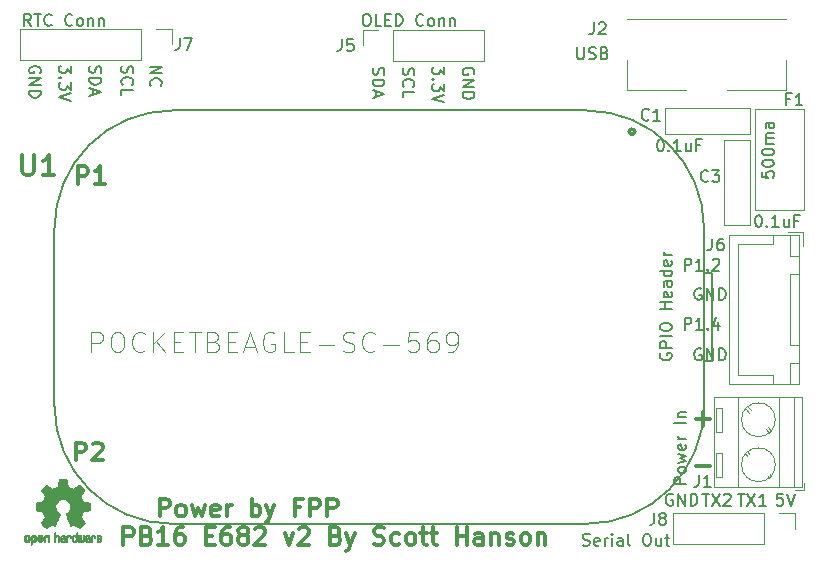
<source format=gbr>
G04 #@! TF.GenerationSoftware,KiCad,Pcbnew,(5.1.4)-1*
G04 #@! TF.CreationDate,2019-10-04T13:13:11-04:00*
G04 #@! TF.ProjectId,PB_16,50425f31-362e-46b6-9963-61645f706362,2*
G04 #@! TF.SameCoordinates,Original*
G04 #@! TF.FileFunction,Legend,Top*
G04 #@! TF.FilePolarity,Positive*
%FSLAX46Y46*%
G04 Gerber Fmt 4.6, Leading zero omitted, Abs format (unit mm)*
G04 Created by KiCad (PCBNEW (5.1.4)-1) date 2019-10-04 13:13:11*
%MOMM*%
%LPD*%
G04 APERTURE LIST*
%ADD10C,0.300000*%
%ADD11C,0.150000*%
%ADD12C,0.120000*%
%ADD13C,0.010000*%
%ADD14C,0.304800*%
%ADD15C,0.127000*%
%ADD16C,0.050000*%
G04 APERTURE END LIST*
D10*
X208192857Y-147128571D02*
X208192857Y-145628571D01*
X208764285Y-145628571D01*
X208907142Y-145700000D01*
X208978571Y-145771428D01*
X209050000Y-145914285D01*
X209050000Y-146128571D01*
X208978571Y-146271428D01*
X208907142Y-146342857D01*
X208764285Y-146414285D01*
X208192857Y-146414285D01*
X209621428Y-145771428D02*
X209692857Y-145700000D01*
X209835714Y-145628571D01*
X210192857Y-145628571D01*
X210335714Y-145700000D01*
X210407142Y-145771428D01*
X210478571Y-145914285D01*
X210478571Y-146057142D01*
X210407142Y-146271428D01*
X209550000Y-147128571D01*
X210478571Y-147128571D01*
X208392857Y-123728571D02*
X208392857Y-122228571D01*
X208964285Y-122228571D01*
X209107142Y-122300000D01*
X209178571Y-122371428D01*
X209250000Y-122514285D01*
X209250000Y-122728571D01*
X209178571Y-122871428D01*
X209107142Y-122942857D01*
X208964285Y-123014285D01*
X208392857Y-123014285D01*
X210678571Y-123728571D02*
X209821428Y-123728571D01*
X210250000Y-123728571D02*
X210250000Y-122228571D01*
X210107142Y-122442857D01*
X209964285Y-122585714D01*
X209821428Y-122657142D01*
X215300000Y-151878571D02*
X215300000Y-150378571D01*
X215871428Y-150378571D01*
X216014285Y-150450000D01*
X216085714Y-150521428D01*
X216157142Y-150664285D01*
X216157142Y-150878571D01*
X216085714Y-151021428D01*
X216014285Y-151092857D01*
X215871428Y-151164285D01*
X215300000Y-151164285D01*
X217014285Y-151878571D02*
X216871428Y-151807142D01*
X216800000Y-151735714D01*
X216728571Y-151592857D01*
X216728571Y-151164285D01*
X216800000Y-151021428D01*
X216871428Y-150950000D01*
X217014285Y-150878571D01*
X217228571Y-150878571D01*
X217371428Y-150950000D01*
X217442857Y-151021428D01*
X217514285Y-151164285D01*
X217514285Y-151592857D01*
X217442857Y-151735714D01*
X217371428Y-151807142D01*
X217228571Y-151878571D01*
X217014285Y-151878571D01*
X218014285Y-150878571D02*
X218300000Y-151878571D01*
X218585714Y-151164285D01*
X218871428Y-151878571D01*
X219157142Y-150878571D01*
X220300000Y-151807142D02*
X220157142Y-151878571D01*
X219871428Y-151878571D01*
X219728571Y-151807142D01*
X219657142Y-151664285D01*
X219657142Y-151092857D01*
X219728571Y-150950000D01*
X219871428Y-150878571D01*
X220157142Y-150878571D01*
X220300000Y-150950000D01*
X220371428Y-151092857D01*
X220371428Y-151235714D01*
X219657142Y-151378571D01*
X221014285Y-151878571D02*
X221014285Y-150878571D01*
X221014285Y-151164285D02*
X221085714Y-151021428D01*
X221157142Y-150950000D01*
X221300000Y-150878571D01*
X221442857Y-150878571D01*
X223085714Y-151878571D02*
X223085714Y-150378571D01*
X223085714Y-150950000D02*
X223228571Y-150878571D01*
X223514285Y-150878571D01*
X223657142Y-150950000D01*
X223728571Y-151021428D01*
X223800000Y-151164285D01*
X223800000Y-151592857D01*
X223728571Y-151735714D01*
X223657142Y-151807142D01*
X223514285Y-151878571D01*
X223228571Y-151878571D01*
X223085714Y-151807142D01*
X224300000Y-150878571D02*
X224657142Y-151878571D01*
X225014285Y-150878571D02*
X224657142Y-151878571D01*
X224514285Y-152235714D01*
X224442857Y-152307142D01*
X224300000Y-152378571D01*
X227228571Y-151092857D02*
X226728571Y-151092857D01*
X226728571Y-151878571D02*
X226728571Y-150378571D01*
X227442857Y-150378571D01*
X228014285Y-151878571D02*
X228014285Y-150378571D01*
X228585714Y-150378571D01*
X228728571Y-150450000D01*
X228800000Y-150521428D01*
X228871428Y-150664285D01*
X228871428Y-150878571D01*
X228800000Y-151021428D01*
X228728571Y-151092857D01*
X228585714Y-151164285D01*
X228014285Y-151164285D01*
X229514285Y-151878571D02*
X229514285Y-150378571D01*
X230085714Y-150378571D01*
X230228571Y-150450000D01*
X230300000Y-150521428D01*
X230371428Y-150664285D01*
X230371428Y-150878571D01*
X230300000Y-151021428D01*
X230228571Y-151092857D01*
X230085714Y-151164285D01*
X229514285Y-151164285D01*
X212242857Y-154278571D02*
X212242857Y-152778571D01*
X212814285Y-152778571D01*
X212957142Y-152850000D01*
X213028571Y-152921428D01*
X213099999Y-153064285D01*
X213099999Y-153278571D01*
X213028571Y-153421428D01*
X212957142Y-153492857D01*
X212814285Y-153564285D01*
X212242857Y-153564285D01*
X214242857Y-153492857D02*
X214457142Y-153564285D01*
X214528571Y-153635714D01*
X214599999Y-153778571D01*
X214599999Y-153992857D01*
X214528571Y-154135714D01*
X214457142Y-154207142D01*
X214314285Y-154278571D01*
X213742857Y-154278571D01*
X213742857Y-152778571D01*
X214242857Y-152778571D01*
X214385714Y-152850000D01*
X214457142Y-152921428D01*
X214528571Y-153064285D01*
X214528571Y-153207142D01*
X214457142Y-153350000D01*
X214385714Y-153421428D01*
X214242857Y-153492857D01*
X213742857Y-153492857D01*
X216028571Y-154278571D02*
X215171428Y-154278571D01*
X215599999Y-154278571D02*
X215599999Y-152778571D01*
X215457142Y-152992857D01*
X215314285Y-153135714D01*
X215171428Y-153207142D01*
X217314285Y-152778571D02*
X217028571Y-152778571D01*
X216885714Y-152850000D01*
X216814285Y-152921428D01*
X216671428Y-153135714D01*
X216599999Y-153421428D01*
X216599999Y-153992857D01*
X216671428Y-154135714D01*
X216742857Y-154207142D01*
X216885714Y-154278571D01*
X217171428Y-154278571D01*
X217314285Y-154207142D01*
X217385714Y-154135714D01*
X217457142Y-153992857D01*
X217457142Y-153635714D01*
X217385714Y-153492857D01*
X217314285Y-153421428D01*
X217171428Y-153350000D01*
X216885714Y-153350000D01*
X216742857Y-153421428D01*
X216671428Y-153492857D01*
X216599999Y-153635714D01*
X219242857Y-153492857D02*
X219742857Y-153492857D01*
X219957142Y-154278571D02*
X219242857Y-154278571D01*
X219242857Y-152778571D01*
X219957142Y-152778571D01*
X221242857Y-152778571D02*
X220957142Y-152778571D01*
X220814285Y-152850000D01*
X220742857Y-152921428D01*
X220599999Y-153135714D01*
X220528571Y-153421428D01*
X220528571Y-153992857D01*
X220599999Y-154135714D01*
X220671428Y-154207142D01*
X220814285Y-154278571D01*
X221099999Y-154278571D01*
X221242857Y-154207142D01*
X221314285Y-154135714D01*
X221385714Y-153992857D01*
X221385714Y-153635714D01*
X221314285Y-153492857D01*
X221242857Y-153421428D01*
X221099999Y-153350000D01*
X220814285Y-153350000D01*
X220671428Y-153421428D01*
X220599999Y-153492857D01*
X220528571Y-153635714D01*
X222242857Y-153421428D02*
X222099999Y-153350000D01*
X222028571Y-153278571D01*
X221957142Y-153135714D01*
X221957142Y-153064285D01*
X222028571Y-152921428D01*
X222099999Y-152850000D01*
X222242857Y-152778571D01*
X222528571Y-152778571D01*
X222671428Y-152850000D01*
X222742857Y-152921428D01*
X222814285Y-153064285D01*
X222814285Y-153135714D01*
X222742857Y-153278571D01*
X222671428Y-153350000D01*
X222528571Y-153421428D01*
X222242857Y-153421428D01*
X222099999Y-153492857D01*
X222028571Y-153564285D01*
X221957142Y-153707142D01*
X221957142Y-153992857D01*
X222028571Y-154135714D01*
X222099999Y-154207142D01*
X222242857Y-154278571D01*
X222528571Y-154278571D01*
X222671428Y-154207142D01*
X222742857Y-154135714D01*
X222814285Y-153992857D01*
X222814285Y-153707142D01*
X222742857Y-153564285D01*
X222671428Y-153492857D01*
X222528571Y-153421428D01*
X223385714Y-152921428D02*
X223457142Y-152850000D01*
X223599999Y-152778571D01*
X223957142Y-152778571D01*
X224099999Y-152850000D01*
X224171428Y-152921428D01*
X224242857Y-153064285D01*
X224242857Y-153207142D01*
X224171428Y-153421428D01*
X223314285Y-154278571D01*
X224242857Y-154278571D01*
X225885714Y-153278571D02*
X226242857Y-154278571D01*
X226600000Y-153278571D01*
X227099999Y-152921428D02*
X227171428Y-152850000D01*
X227314285Y-152778571D01*
X227671428Y-152778571D01*
X227814285Y-152850000D01*
X227885714Y-152921428D01*
X227957142Y-153064285D01*
X227957142Y-153207142D01*
X227885714Y-153421428D01*
X227028571Y-154278571D01*
X227957142Y-154278571D01*
X230242857Y-153492857D02*
X230457142Y-153564285D01*
X230528571Y-153635714D01*
X230599999Y-153778571D01*
X230599999Y-153992857D01*
X230528571Y-154135714D01*
X230457142Y-154207142D01*
X230314285Y-154278571D01*
X229742857Y-154278571D01*
X229742857Y-152778571D01*
X230242857Y-152778571D01*
X230385714Y-152850000D01*
X230457142Y-152921428D01*
X230528571Y-153064285D01*
X230528571Y-153207142D01*
X230457142Y-153350000D01*
X230385714Y-153421428D01*
X230242857Y-153492857D01*
X229742857Y-153492857D01*
X231099999Y-153278571D02*
X231457142Y-154278571D01*
X231814285Y-153278571D02*
X231457142Y-154278571D01*
X231314285Y-154635714D01*
X231242857Y-154707142D01*
X231099999Y-154778571D01*
X233457142Y-154207142D02*
X233671428Y-154278571D01*
X234028571Y-154278571D01*
X234171428Y-154207142D01*
X234242857Y-154135714D01*
X234314285Y-153992857D01*
X234314285Y-153850000D01*
X234242857Y-153707142D01*
X234171428Y-153635714D01*
X234028571Y-153564285D01*
X233742857Y-153492857D01*
X233599999Y-153421428D01*
X233528571Y-153350000D01*
X233457142Y-153207142D01*
X233457142Y-153064285D01*
X233528571Y-152921428D01*
X233599999Y-152850000D01*
X233742857Y-152778571D01*
X234099999Y-152778571D01*
X234314285Y-152850000D01*
X235599999Y-154207142D02*
X235457142Y-154278571D01*
X235171428Y-154278571D01*
X235028571Y-154207142D01*
X234957142Y-154135714D01*
X234885714Y-153992857D01*
X234885714Y-153564285D01*
X234957142Y-153421428D01*
X235028571Y-153350000D01*
X235171428Y-153278571D01*
X235457142Y-153278571D01*
X235599999Y-153350000D01*
X236457142Y-154278571D02*
X236314285Y-154207142D01*
X236242857Y-154135714D01*
X236171428Y-153992857D01*
X236171428Y-153564285D01*
X236242857Y-153421428D01*
X236314285Y-153350000D01*
X236457142Y-153278571D01*
X236671428Y-153278571D01*
X236814285Y-153350000D01*
X236885714Y-153421428D01*
X236957142Y-153564285D01*
X236957142Y-153992857D01*
X236885714Y-154135714D01*
X236814285Y-154207142D01*
X236671428Y-154278571D01*
X236457142Y-154278571D01*
X237385714Y-153278571D02*
X237957142Y-153278571D01*
X237600000Y-152778571D02*
X237600000Y-154064285D01*
X237671428Y-154207142D01*
X237814285Y-154278571D01*
X237957142Y-154278571D01*
X238242857Y-153278571D02*
X238814285Y-153278571D01*
X238457142Y-152778571D02*
X238457142Y-154064285D01*
X238528571Y-154207142D01*
X238671428Y-154278571D01*
X238814285Y-154278571D01*
X240457142Y-154278571D02*
X240457142Y-152778571D01*
X240457142Y-153492857D02*
X241314285Y-153492857D01*
X241314285Y-154278571D02*
X241314285Y-152778571D01*
X242671428Y-154278571D02*
X242671428Y-153492857D01*
X242600000Y-153350000D01*
X242457142Y-153278571D01*
X242171428Y-153278571D01*
X242028571Y-153350000D01*
X242671428Y-154207142D02*
X242528571Y-154278571D01*
X242171428Y-154278571D01*
X242028571Y-154207142D01*
X241957142Y-154064285D01*
X241957142Y-153921428D01*
X242028571Y-153778571D01*
X242171428Y-153707142D01*
X242528571Y-153707142D01*
X242671428Y-153635714D01*
X243385714Y-153278571D02*
X243385714Y-154278571D01*
X243385714Y-153421428D02*
X243457142Y-153350000D01*
X243600000Y-153278571D01*
X243814285Y-153278571D01*
X243957142Y-153350000D01*
X244028571Y-153492857D01*
X244028571Y-154278571D01*
X244671428Y-154207142D02*
X244814285Y-154278571D01*
X245100000Y-154278571D01*
X245242857Y-154207142D01*
X245314285Y-154064285D01*
X245314285Y-153992857D01*
X245242857Y-153850000D01*
X245100000Y-153778571D01*
X244885714Y-153778571D01*
X244742857Y-153707142D01*
X244671428Y-153564285D01*
X244671428Y-153492857D01*
X244742857Y-153350000D01*
X244885714Y-153278571D01*
X245100000Y-153278571D01*
X245242857Y-153350000D01*
X246171428Y-154278571D02*
X246028571Y-154207142D01*
X245957142Y-154135714D01*
X245885714Y-153992857D01*
X245885714Y-153564285D01*
X245957142Y-153421428D01*
X246028571Y-153350000D01*
X246171428Y-153278571D01*
X246385714Y-153278571D01*
X246528571Y-153350000D01*
X246600000Y-153421428D01*
X246671428Y-153564285D01*
X246671428Y-153992857D01*
X246600000Y-154135714D01*
X246528571Y-154207142D01*
X246385714Y-154278571D01*
X246171428Y-154278571D01*
X247314285Y-153278571D02*
X247314285Y-154278571D01*
X247314285Y-153421428D02*
X247385714Y-153350000D01*
X247528571Y-153278571D01*
X247742857Y-153278571D01*
X247885714Y-153350000D01*
X247957142Y-153492857D01*
X247957142Y-154278571D01*
D11*
X258738095Y-150000000D02*
X258642857Y-149952380D01*
X258500000Y-149952380D01*
X258357142Y-150000000D01*
X258261904Y-150095238D01*
X258214285Y-150190476D01*
X258166666Y-150380952D01*
X258166666Y-150523809D01*
X258214285Y-150714285D01*
X258261904Y-150809523D01*
X258357142Y-150904761D01*
X258500000Y-150952380D01*
X258595238Y-150952380D01*
X258738095Y-150904761D01*
X258785714Y-150857142D01*
X258785714Y-150523809D01*
X258595238Y-150523809D01*
X259214285Y-150952380D02*
X259214285Y-149952380D01*
X259785714Y-150952380D01*
X259785714Y-149952380D01*
X260261904Y-150952380D02*
X260261904Y-149952380D01*
X260500000Y-149952380D01*
X260642857Y-150000000D01*
X260738095Y-150095238D01*
X260785714Y-150190476D01*
X260833333Y-150380952D01*
X260833333Y-150523809D01*
X260785714Y-150714285D01*
X260738095Y-150809523D01*
X260642857Y-150904761D01*
X260500000Y-150952380D01*
X260261904Y-150952380D01*
X261261904Y-149952380D02*
X261833333Y-149952380D01*
X261547619Y-150952380D02*
X261547619Y-149952380D01*
X262071428Y-149952380D02*
X262738095Y-150952380D01*
X262738095Y-149952380D02*
X262071428Y-150952380D01*
X263071428Y-150047619D02*
X263119047Y-150000000D01*
X263214285Y-149952380D01*
X263452380Y-149952380D01*
X263547619Y-150000000D01*
X263595238Y-150047619D01*
X263642857Y-150142857D01*
X263642857Y-150238095D01*
X263595238Y-150380952D01*
X263023809Y-150952380D01*
X263642857Y-150952380D01*
X264261904Y-149952380D02*
X264833333Y-149952380D01*
X264547619Y-150952380D02*
X264547619Y-149952380D01*
X265071428Y-149952380D02*
X265738095Y-150952380D01*
X265738095Y-149952380D02*
X265071428Y-150952380D01*
X266642857Y-150952380D02*
X266071428Y-150952380D01*
X266357142Y-150952380D02*
X266357142Y-149952380D01*
X266261904Y-150095238D01*
X266166666Y-150190476D01*
X266071428Y-150238095D01*
X268059523Y-149952380D02*
X267583333Y-149952380D01*
X267535714Y-150428571D01*
X267583333Y-150380952D01*
X267678571Y-150333333D01*
X267916666Y-150333333D01*
X268011904Y-150380952D01*
X268059523Y-150428571D01*
X268107142Y-150523809D01*
X268107142Y-150761904D01*
X268059523Y-150857142D01*
X268011904Y-150904761D01*
X267916666Y-150952380D01*
X267678571Y-150952380D01*
X267583333Y-150904761D01*
X267535714Y-150857142D01*
X268392857Y-149952380D02*
X268726190Y-150952380D01*
X269059523Y-149952380D01*
X261138095Y-132600000D02*
X261042857Y-132552380D01*
X260900000Y-132552380D01*
X260757142Y-132600000D01*
X260661904Y-132695238D01*
X260614285Y-132790476D01*
X260566666Y-132980952D01*
X260566666Y-133123809D01*
X260614285Y-133314285D01*
X260661904Y-133409523D01*
X260757142Y-133504761D01*
X260900000Y-133552380D01*
X260995238Y-133552380D01*
X261138095Y-133504761D01*
X261185714Y-133457142D01*
X261185714Y-133123809D01*
X260995238Y-133123809D01*
X261614285Y-133552380D02*
X261614285Y-132552380D01*
X262185714Y-133552380D01*
X262185714Y-132552380D01*
X262661904Y-133552380D02*
X262661904Y-132552380D01*
X262900000Y-132552380D01*
X263042857Y-132600000D01*
X263138095Y-132695238D01*
X263185714Y-132790476D01*
X263233333Y-132980952D01*
X263233333Y-133123809D01*
X263185714Y-133314285D01*
X263138095Y-133409523D01*
X263042857Y-133504761D01*
X262900000Y-133552380D01*
X262661904Y-133552380D01*
X259747619Y-131052380D02*
X259747619Y-130052380D01*
X260128571Y-130052380D01*
X260223809Y-130100000D01*
X260271428Y-130147619D01*
X260319047Y-130242857D01*
X260319047Y-130385714D01*
X260271428Y-130480952D01*
X260223809Y-130528571D01*
X260128571Y-130576190D01*
X259747619Y-130576190D01*
X261271428Y-131052380D02*
X260700000Y-131052380D01*
X260985714Y-131052380D02*
X260985714Y-130052380D01*
X260890476Y-130195238D01*
X260795238Y-130290476D01*
X260700000Y-130338095D01*
X261700000Y-130957142D02*
X261747619Y-131004761D01*
X261700000Y-131052380D01*
X261652380Y-131004761D01*
X261700000Y-130957142D01*
X261700000Y-131052380D01*
X262128571Y-130147619D02*
X262176190Y-130100000D01*
X262271428Y-130052380D01*
X262509523Y-130052380D01*
X262604761Y-130100000D01*
X262652380Y-130147619D01*
X262700000Y-130242857D01*
X262700000Y-130338095D01*
X262652380Y-130480952D01*
X262080952Y-131052380D01*
X262700000Y-131052380D01*
X261138095Y-137700000D02*
X261042857Y-137652380D01*
X260900000Y-137652380D01*
X260757142Y-137700000D01*
X260661904Y-137795238D01*
X260614285Y-137890476D01*
X260566666Y-138080952D01*
X260566666Y-138223809D01*
X260614285Y-138414285D01*
X260661904Y-138509523D01*
X260757142Y-138604761D01*
X260900000Y-138652380D01*
X260995238Y-138652380D01*
X261138095Y-138604761D01*
X261185714Y-138557142D01*
X261185714Y-138223809D01*
X260995238Y-138223809D01*
X261614285Y-138652380D02*
X261614285Y-137652380D01*
X262185714Y-138652380D01*
X262185714Y-137652380D01*
X262661904Y-138652380D02*
X262661904Y-137652380D01*
X262900000Y-137652380D01*
X263042857Y-137700000D01*
X263138095Y-137795238D01*
X263185714Y-137890476D01*
X263233333Y-138080952D01*
X263233333Y-138223809D01*
X263185714Y-138414285D01*
X263138095Y-138509523D01*
X263042857Y-138604761D01*
X262900000Y-138652380D01*
X262661904Y-138652380D01*
X259747619Y-136052380D02*
X259747619Y-135052380D01*
X260128571Y-135052380D01*
X260223809Y-135100000D01*
X260271428Y-135147619D01*
X260319047Y-135242857D01*
X260319047Y-135385714D01*
X260271428Y-135480952D01*
X260223809Y-135528571D01*
X260128571Y-135576190D01*
X259747619Y-135576190D01*
X261271428Y-136052380D02*
X260700000Y-136052380D01*
X260985714Y-136052380D02*
X260985714Y-135052380D01*
X260890476Y-135195238D01*
X260795238Y-135290476D01*
X260700000Y-135338095D01*
X261700000Y-135957142D02*
X261747619Y-136004761D01*
X261700000Y-136052380D01*
X261652380Y-136004761D01*
X261700000Y-135957142D01*
X261700000Y-136052380D01*
X262604761Y-135385714D02*
X262604761Y-136052380D01*
X262366666Y-135004761D02*
X262128571Y-135719047D01*
X262747619Y-135719047D01*
X233386838Y-113885714D02*
X233339219Y-114028571D01*
X233339219Y-114266666D01*
X233386838Y-114361904D01*
X233434457Y-114409523D01*
X233529695Y-114457142D01*
X233624933Y-114457142D01*
X233720171Y-114409523D01*
X233767790Y-114361904D01*
X233815409Y-114266666D01*
X233863028Y-114076190D01*
X233910647Y-113980952D01*
X233958266Y-113933333D01*
X234053504Y-113885714D01*
X234148742Y-113885714D01*
X234243980Y-113933333D01*
X234291600Y-113980952D01*
X234339219Y-114076190D01*
X234339219Y-114314285D01*
X234291600Y-114457142D01*
X233339219Y-114885714D02*
X234339219Y-114885714D01*
X234339219Y-115123809D01*
X234291600Y-115266666D01*
X234196361Y-115361904D01*
X234101123Y-115409523D01*
X233910647Y-115457142D01*
X233767790Y-115457142D01*
X233577314Y-115409523D01*
X233482076Y-115361904D01*
X233386838Y-115266666D01*
X233339219Y-115123809D01*
X233339219Y-114885714D01*
X233624933Y-115838095D02*
X233624933Y-116314285D01*
X233339219Y-115742857D02*
X234339219Y-116076190D01*
X233339219Y-116409523D01*
X239399219Y-113823809D02*
X239399219Y-114442857D01*
X239018266Y-114109523D01*
X239018266Y-114252380D01*
X238970647Y-114347619D01*
X238923028Y-114395238D01*
X238827790Y-114442857D01*
X238589695Y-114442857D01*
X238494457Y-114395238D01*
X238446838Y-114347619D01*
X238399219Y-114252380D01*
X238399219Y-113966666D01*
X238446838Y-113871428D01*
X238494457Y-113823809D01*
X238494457Y-114871428D02*
X238446838Y-114919047D01*
X238399219Y-114871428D01*
X238446838Y-114823809D01*
X238494457Y-114871428D01*
X238399219Y-114871428D01*
X239399219Y-115252380D02*
X239399219Y-115871428D01*
X239018266Y-115538095D01*
X239018266Y-115680952D01*
X238970647Y-115776190D01*
X238923028Y-115823809D01*
X238827790Y-115871428D01*
X238589695Y-115871428D01*
X238494457Y-115823809D01*
X238446838Y-115776190D01*
X238399219Y-115680952D01*
X238399219Y-115395238D01*
X238446838Y-115300000D01*
X238494457Y-115252380D01*
X239399219Y-116157142D02*
X238399219Y-116490476D01*
X239399219Y-116823809D01*
X235916838Y-113909523D02*
X235869219Y-114052380D01*
X235869219Y-114290476D01*
X235916838Y-114385714D01*
X235964457Y-114433333D01*
X236059695Y-114480952D01*
X236154933Y-114480952D01*
X236250171Y-114433333D01*
X236297790Y-114385714D01*
X236345409Y-114290476D01*
X236393028Y-114100000D01*
X236440647Y-114004761D01*
X236488266Y-113957142D01*
X236583504Y-113909523D01*
X236678742Y-113909523D01*
X236773980Y-113957142D01*
X236821600Y-114004761D01*
X236869219Y-114100000D01*
X236869219Y-114338095D01*
X236821600Y-114480952D01*
X235964457Y-115480952D02*
X235916838Y-115433333D01*
X235869219Y-115290476D01*
X235869219Y-115195238D01*
X235916838Y-115052380D01*
X236012076Y-114957142D01*
X236107314Y-114909523D01*
X236297790Y-114861904D01*
X236440647Y-114861904D01*
X236631123Y-114909523D01*
X236726361Y-114957142D01*
X236821600Y-115052380D01*
X236869219Y-115195238D01*
X236869219Y-115290476D01*
X236821600Y-115433333D01*
X236773980Y-115480952D01*
X235869219Y-116385714D02*
X235869219Y-115909523D01*
X236869219Y-115909523D01*
X241900000Y-114438095D02*
X241947619Y-114342857D01*
X241947619Y-114200000D01*
X241900000Y-114057142D01*
X241804761Y-113961904D01*
X241709523Y-113914285D01*
X241519047Y-113866666D01*
X241376190Y-113866666D01*
X241185714Y-113914285D01*
X241090476Y-113961904D01*
X240995238Y-114057142D01*
X240947619Y-114200000D01*
X240947619Y-114295238D01*
X240995238Y-114438095D01*
X241042857Y-114485714D01*
X241376190Y-114485714D01*
X241376190Y-114295238D01*
X240947619Y-114914285D02*
X241947619Y-114914285D01*
X240947619Y-115485714D01*
X241947619Y-115485714D01*
X240947619Y-115961904D02*
X241947619Y-115961904D01*
X241947619Y-116200000D01*
X241900000Y-116342857D01*
X241804761Y-116438095D01*
X241709523Y-116485714D01*
X241519047Y-116533333D01*
X241376190Y-116533333D01*
X241185714Y-116485714D01*
X241090476Y-116438095D01*
X240995238Y-116342857D01*
X240947619Y-116200000D01*
X240947619Y-115961904D01*
X209406838Y-113742467D02*
X209359219Y-113885324D01*
X209359219Y-114123419D01*
X209406838Y-114218657D01*
X209454457Y-114266276D01*
X209549695Y-114313895D01*
X209644933Y-114313895D01*
X209740171Y-114266276D01*
X209787790Y-114218657D01*
X209835409Y-114123419D01*
X209883028Y-113932943D01*
X209930647Y-113837705D01*
X209978266Y-113790086D01*
X210073504Y-113742467D01*
X210168742Y-113742467D01*
X210263980Y-113790086D01*
X210311600Y-113837705D01*
X210359219Y-113932943D01*
X210359219Y-114171038D01*
X210311600Y-114313895D01*
X209359219Y-114742467D02*
X210359219Y-114742467D01*
X210359219Y-114980562D01*
X210311600Y-115123419D01*
X210216361Y-115218657D01*
X210121123Y-115266276D01*
X209930647Y-115313895D01*
X209787790Y-115313895D01*
X209597314Y-115266276D01*
X209502076Y-115218657D01*
X209406838Y-115123419D01*
X209359219Y-114980562D01*
X209359219Y-114742467D01*
X209644933Y-115694848D02*
X209644933Y-116171038D01*
X209359219Y-115599610D02*
X210359219Y-115932943D01*
X209359219Y-116266276D01*
X207819219Y-113694847D02*
X207819219Y-114313895D01*
X207438266Y-113980561D01*
X207438266Y-114123418D01*
X207390647Y-114218657D01*
X207343028Y-114266276D01*
X207247790Y-114313895D01*
X207009695Y-114313895D01*
X206914457Y-114266276D01*
X206866838Y-114218657D01*
X206819219Y-114123418D01*
X206819219Y-113837704D01*
X206866838Y-113742466D01*
X206914457Y-113694847D01*
X206914457Y-114742466D02*
X206866838Y-114790085D01*
X206819219Y-114742466D01*
X206866838Y-114694847D01*
X206914457Y-114742466D01*
X206819219Y-114742466D01*
X207819219Y-115123418D02*
X207819219Y-115742466D01*
X207438266Y-115409133D01*
X207438266Y-115551990D01*
X207390647Y-115647228D01*
X207343028Y-115694847D01*
X207247790Y-115742466D01*
X207009695Y-115742466D01*
X206914457Y-115694847D01*
X206866838Y-115647228D01*
X206819219Y-115551990D01*
X206819219Y-115266276D01*
X206866838Y-115171038D01*
X206914457Y-115123418D01*
X207819219Y-116028180D02*
X206819219Y-116361514D01*
X207819219Y-116694847D01*
X205191600Y-114313895D02*
X205239219Y-114218657D01*
X205239219Y-114075800D01*
X205191600Y-113932942D01*
X205096361Y-113837704D01*
X205001123Y-113790085D01*
X204810647Y-113742466D01*
X204667790Y-113742466D01*
X204477314Y-113790085D01*
X204382076Y-113837704D01*
X204286838Y-113932942D01*
X204239219Y-114075800D01*
X204239219Y-114171038D01*
X204286838Y-114313895D01*
X204334457Y-114361514D01*
X204667790Y-114361514D01*
X204667790Y-114171038D01*
X204239219Y-114790085D02*
X205239219Y-114790085D01*
X204239219Y-115361514D01*
X205239219Y-115361514D01*
X204239219Y-115837704D02*
X205239219Y-115837704D01*
X205239219Y-116075800D01*
X205191600Y-116218657D01*
X205096361Y-116313895D01*
X205001123Y-116361514D01*
X204810647Y-116409133D01*
X204667790Y-116409133D01*
X204477314Y-116361514D01*
X204382076Y-116313895D01*
X204286838Y-116218657D01*
X204239219Y-116075800D01*
X204239219Y-115837704D01*
X212116838Y-113742466D02*
X212069219Y-113885323D01*
X212069219Y-114123419D01*
X212116838Y-114218657D01*
X212164457Y-114266276D01*
X212259695Y-114313895D01*
X212354933Y-114313895D01*
X212450171Y-114266276D01*
X212497790Y-114218657D01*
X212545409Y-114123419D01*
X212593028Y-113932943D01*
X212640647Y-113837704D01*
X212688266Y-113790085D01*
X212783504Y-113742466D01*
X212878742Y-113742466D01*
X212973980Y-113790085D01*
X213021600Y-113837704D01*
X213069219Y-113932943D01*
X213069219Y-114171038D01*
X213021600Y-114313895D01*
X212164457Y-115313895D02*
X212116838Y-115266276D01*
X212069219Y-115123419D01*
X212069219Y-115028181D01*
X212116838Y-114885323D01*
X212212076Y-114790085D01*
X212307314Y-114742466D01*
X212497790Y-114694847D01*
X212640647Y-114694847D01*
X212831123Y-114742466D01*
X212926361Y-114790085D01*
X213021600Y-114885323D01*
X213069219Y-115028181D01*
X213069219Y-115123419D01*
X213021600Y-115266276D01*
X212973980Y-115313895D01*
X212069219Y-116218657D02*
X212069219Y-115742466D01*
X213069219Y-115742466D01*
X214479219Y-113790085D02*
X215479219Y-113790085D01*
X214479219Y-114361514D01*
X215479219Y-114361514D01*
X214574457Y-115409133D02*
X214526838Y-115361514D01*
X214479219Y-115218657D01*
X214479219Y-115123419D01*
X214526838Y-114980561D01*
X214622076Y-114885323D01*
X214717314Y-114837704D01*
X214907790Y-114790085D01*
X215050647Y-114790085D01*
X215241123Y-114837704D01*
X215336361Y-114885323D01*
X215431600Y-114980561D01*
X215479219Y-115123419D01*
X215479219Y-115218657D01*
X215431600Y-115361514D01*
X215383980Y-115409133D01*
D10*
X260728571Y-143607142D02*
X261871428Y-143607142D01*
X261300000Y-144178571D02*
X261300000Y-143035714D01*
X260728571Y-147607142D02*
X261871428Y-147607142D01*
D12*
X269900000Y-149650000D02*
X269900000Y-149050000D01*
X269060000Y-149650000D02*
X269900000Y-149650000D01*
X262400000Y-142690000D02*
X262900000Y-142690000D01*
X262400000Y-144690000D02*
X262900000Y-144690000D01*
X262900000Y-144690000D02*
X262900000Y-142690000D01*
X262400000Y-144690000D02*
X262400000Y-142690000D01*
X266611000Y-144475000D02*
X266910000Y-144774000D01*
X264915000Y-142779000D02*
X265214000Y-143079000D01*
X266786000Y-144300000D02*
X267085000Y-144600000D01*
X265090000Y-142605000D02*
X265389000Y-142904000D01*
X262400000Y-146500000D02*
X262900000Y-146500000D01*
X262400000Y-148500000D02*
X262900000Y-148500000D01*
X262900000Y-148500000D02*
X262900000Y-146500000D01*
X262400000Y-148500000D02*
X262400000Y-146500000D01*
X266771000Y-148446000D02*
X266910000Y-148585000D01*
X264915000Y-146589000D02*
X265055000Y-146729000D01*
X266945000Y-148271000D02*
X267085000Y-148411000D01*
X265090000Y-146415000D02*
X265229000Y-146555000D01*
X262240000Y-141780000D02*
X269660000Y-141780000D01*
X262240000Y-149410000D02*
X269660000Y-149410000D01*
X269660000Y-149410000D02*
X269660000Y-141780000D01*
X262240000Y-149410000D02*
X262240000Y-141780000D01*
X264300000Y-149410000D02*
X264300000Y-141780000D01*
X267701000Y-149410000D02*
X267701000Y-141780000D01*
X269000000Y-149410000D02*
X269000000Y-141780000D01*
X267430000Y-143690000D02*
G75*
G03X267430000Y-143690000I-1430000J0D01*
G01*
X267430000Y-147500000D02*
G75*
G03X267430000Y-147500000I-1430000J0D01*
G01*
D13*
G36*
X207203910Y-148742348D02*
G01*
X207282454Y-148742778D01*
X207339298Y-148743942D01*
X207378105Y-148746207D01*
X207402538Y-148749940D01*
X207416262Y-148755506D01*
X207422940Y-148763273D01*
X207426236Y-148773605D01*
X207426556Y-148774943D01*
X207431562Y-148799079D01*
X207440829Y-148846701D01*
X207453392Y-148912741D01*
X207468287Y-148992128D01*
X207484551Y-149079796D01*
X207485119Y-149082875D01*
X207501410Y-149168789D01*
X207516652Y-149244696D01*
X207529861Y-149306045D01*
X207540054Y-149348282D01*
X207546248Y-149366855D01*
X207546543Y-149367184D01*
X207564788Y-149376253D01*
X207602405Y-149391367D01*
X207651271Y-149409262D01*
X207651543Y-149409358D01*
X207713093Y-149432493D01*
X207785657Y-149461965D01*
X207854057Y-149491597D01*
X207857294Y-149493062D01*
X207968702Y-149543626D01*
X208215399Y-149375160D01*
X208291077Y-149323803D01*
X208359631Y-149277889D01*
X208417088Y-149240030D01*
X208459476Y-149212837D01*
X208482825Y-149198921D01*
X208485042Y-149197889D01*
X208502010Y-149202484D01*
X208533701Y-149224655D01*
X208581352Y-149265447D01*
X208646198Y-149325905D01*
X208712397Y-149390227D01*
X208776214Y-149453612D01*
X208833329Y-149511451D01*
X208880305Y-149560175D01*
X208913703Y-149596210D01*
X208930085Y-149615984D01*
X208930694Y-149617002D01*
X208932505Y-149630572D01*
X208925683Y-149652733D01*
X208908540Y-149686478D01*
X208879393Y-149734800D01*
X208836555Y-149800692D01*
X208779448Y-149885517D01*
X208728766Y-149960177D01*
X208683461Y-150027140D01*
X208646150Y-150082516D01*
X208619452Y-150122420D01*
X208605985Y-150142962D01*
X208605137Y-150144356D01*
X208606781Y-150164038D01*
X208619245Y-150202293D01*
X208640048Y-150251889D01*
X208647462Y-150267728D01*
X208679814Y-150338290D01*
X208714328Y-150418353D01*
X208742365Y-150487629D01*
X208762568Y-150539045D01*
X208778615Y-150578119D01*
X208787888Y-150598541D01*
X208789041Y-150600114D01*
X208806096Y-150602721D01*
X208846298Y-150609863D01*
X208904302Y-150620523D01*
X208974763Y-150633685D01*
X209052335Y-150648333D01*
X209131672Y-150663449D01*
X209207431Y-150678018D01*
X209274264Y-150691022D01*
X209326828Y-150701445D01*
X209359776Y-150708270D01*
X209367857Y-150710199D01*
X209376205Y-150714962D01*
X209382506Y-150725718D01*
X209387045Y-150746098D01*
X209390104Y-150779734D01*
X209391967Y-150830255D01*
X209392918Y-150901292D01*
X209393240Y-150996476D01*
X209393257Y-151035492D01*
X209393257Y-151352799D01*
X209317057Y-151367839D01*
X209274663Y-151375995D01*
X209211400Y-151387899D01*
X209134962Y-151402116D01*
X209053043Y-151417210D01*
X209030400Y-151421355D01*
X208954806Y-151436053D01*
X208888953Y-151450505D01*
X208838366Y-151463375D01*
X208808574Y-151473322D01*
X208803612Y-151476287D01*
X208791426Y-151497283D01*
X208773953Y-151537967D01*
X208754577Y-151590322D01*
X208750734Y-151601600D01*
X208725339Y-151671523D01*
X208693817Y-151750418D01*
X208662969Y-151821266D01*
X208662817Y-151821595D01*
X208611447Y-151932733D01*
X208780399Y-152181253D01*
X208949352Y-152429772D01*
X208732429Y-152647058D01*
X208666819Y-152711726D01*
X208606979Y-152768733D01*
X208556267Y-152815033D01*
X208518046Y-152847584D01*
X208495675Y-152863343D01*
X208492466Y-152864343D01*
X208473626Y-152856469D01*
X208435180Y-152834578D01*
X208381330Y-152801267D01*
X208316276Y-152759131D01*
X208245940Y-152711943D01*
X208174555Y-152663810D01*
X208110908Y-152621928D01*
X208059041Y-152588871D01*
X208022995Y-152567218D01*
X208006867Y-152559543D01*
X207987189Y-152566037D01*
X207949875Y-152583150D01*
X207902621Y-152607326D01*
X207897612Y-152610013D01*
X207833977Y-152641927D01*
X207790341Y-152657579D01*
X207763202Y-152657745D01*
X207749057Y-152643204D01*
X207748975Y-152643000D01*
X207741905Y-152625779D01*
X207725042Y-152584899D01*
X207699695Y-152523525D01*
X207667171Y-152444819D01*
X207628778Y-152351947D01*
X207585822Y-152248072D01*
X207544222Y-152147502D01*
X207498504Y-152036516D01*
X207456526Y-151933703D01*
X207419548Y-151842215D01*
X207388827Y-151765201D01*
X207365622Y-151705815D01*
X207351190Y-151667209D01*
X207346743Y-151652800D01*
X207357896Y-151636272D01*
X207387069Y-151609930D01*
X207425971Y-151580887D01*
X207536757Y-151489039D01*
X207623351Y-151383759D01*
X207684716Y-151267266D01*
X207719815Y-151141776D01*
X207727608Y-151009507D01*
X207721943Y-150948457D01*
X207691078Y-150821795D01*
X207637920Y-150709941D01*
X207565767Y-150614001D01*
X207477917Y-150535076D01*
X207377665Y-150474270D01*
X207268310Y-150432687D01*
X207153147Y-150411428D01*
X207035475Y-150411599D01*
X206918590Y-150434301D01*
X206805789Y-150480638D01*
X206700369Y-150551713D01*
X206656368Y-150591911D01*
X206571979Y-150695129D01*
X206513222Y-150807925D01*
X206479704Y-150927010D01*
X206471035Y-151049095D01*
X206486823Y-151170893D01*
X206526678Y-151289116D01*
X206590207Y-151400475D01*
X206677021Y-151501684D01*
X206774029Y-151580887D01*
X206814437Y-151611162D01*
X206842982Y-151637219D01*
X206853257Y-151652825D01*
X206847877Y-151669843D01*
X206832575Y-151710500D01*
X206808612Y-151771642D01*
X206777244Y-151850119D01*
X206739732Y-151942780D01*
X206697333Y-152046472D01*
X206655663Y-152147526D01*
X206609690Y-152258607D01*
X206567107Y-152361541D01*
X206529221Y-152453165D01*
X206497340Y-152530316D01*
X206472771Y-152589831D01*
X206456820Y-152628544D01*
X206450910Y-152643000D01*
X206436948Y-152657685D01*
X206409940Y-152657642D01*
X206366413Y-152642099D01*
X206302890Y-152610284D01*
X206302388Y-152610013D01*
X206254560Y-152585323D01*
X206215897Y-152567338D01*
X206194095Y-152559614D01*
X206193133Y-152559543D01*
X206176721Y-152567378D01*
X206140487Y-152589165D01*
X206088474Y-152622328D01*
X206024725Y-152664291D01*
X205954060Y-152711943D01*
X205882116Y-152760191D01*
X205817274Y-152802151D01*
X205763735Y-152835227D01*
X205725697Y-152856821D01*
X205707533Y-152864343D01*
X205690808Y-152854457D01*
X205657180Y-152826826D01*
X205610010Y-152784495D01*
X205552658Y-152730505D01*
X205488484Y-152667899D01*
X205467497Y-152646983D01*
X205250499Y-152429623D01*
X205415668Y-152187220D01*
X205465864Y-152112781D01*
X205509919Y-152045972D01*
X205545362Y-151990665D01*
X205569719Y-151950729D01*
X205580522Y-151930036D01*
X205580838Y-151928563D01*
X205575143Y-151909058D01*
X205559826Y-151869822D01*
X205537537Y-151817430D01*
X205521893Y-151782355D01*
X205492641Y-151715201D01*
X205465094Y-151647358D01*
X205443737Y-151590034D01*
X205437935Y-151572572D01*
X205421452Y-151525938D01*
X205405340Y-151489905D01*
X205396490Y-151476287D01*
X205376960Y-151467952D01*
X205334334Y-151456137D01*
X205274145Y-151442181D01*
X205201922Y-151427422D01*
X205169600Y-151421355D01*
X205087522Y-151406273D01*
X205008795Y-151391669D01*
X204941109Y-151378980D01*
X204892160Y-151369642D01*
X204882943Y-151367839D01*
X204806743Y-151352799D01*
X204806743Y-151035492D01*
X204806914Y-150931154D01*
X204807616Y-150852213D01*
X204809134Y-150795038D01*
X204811749Y-150755999D01*
X204815746Y-150731465D01*
X204821409Y-150717805D01*
X204829020Y-150711389D01*
X204832143Y-150710199D01*
X204850978Y-150705980D01*
X204892588Y-150697562D01*
X204951630Y-150685961D01*
X205022757Y-150672195D01*
X205100625Y-150657280D01*
X205179887Y-150642232D01*
X205255198Y-150628069D01*
X205321213Y-150615806D01*
X205372587Y-150606461D01*
X205403975Y-150601050D01*
X205410959Y-150600114D01*
X205417285Y-150587596D01*
X205431290Y-150554246D01*
X205450355Y-150506377D01*
X205457634Y-150487629D01*
X205486996Y-150415195D01*
X205521571Y-150335170D01*
X205552537Y-150267728D01*
X205575323Y-150216159D01*
X205590482Y-150173785D01*
X205595542Y-150147834D01*
X205594736Y-150144356D01*
X205584041Y-150127936D01*
X205559620Y-150091417D01*
X205524095Y-150038687D01*
X205480087Y-149973635D01*
X205430217Y-149900151D01*
X205420356Y-149885645D01*
X205362492Y-149799704D01*
X205319956Y-149734261D01*
X205291054Y-149686304D01*
X205274090Y-149652820D01*
X205267367Y-149630795D01*
X205269190Y-149617217D01*
X205269236Y-149617131D01*
X205283586Y-149599297D01*
X205315323Y-149564817D01*
X205361010Y-149517268D01*
X205417204Y-149460222D01*
X205480468Y-149397255D01*
X205487602Y-149390227D01*
X205567330Y-149313020D01*
X205628857Y-149256330D01*
X205673421Y-149219110D01*
X205702257Y-149200315D01*
X205714958Y-149197889D01*
X205733494Y-149208471D01*
X205771961Y-149232916D01*
X205826386Y-149268612D01*
X205892798Y-149312947D01*
X205967225Y-149363311D01*
X205984601Y-149375160D01*
X206231297Y-149543626D01*
X206342706Y-149493062D01*
X206410457Y-149463595D01*
X206483183Y-149433959D01*
X206545703Y-149410330D01*
X206548457Y-149409358D01*
X206597360Y-149391457D01*
X206635057Y-149376320D01*
X206653425Y-149367210D01*
X206653456Y-149367184D01*
X206659285Y-149350717D01*
X206669192Y-149310219D01*
X206682195Y-149250242D01*
X206697309Y-149175340D01*
X206713552Y-149090064D01*
X206714881Y-149082875D01*
X206731175Y-148995014D01*
X206746133Y-148915260D01*
X206758791Y-148848681D01*
X206768186Y-148800347D01*
X206773354Y-148775325D01*
X206773444Y-148774943D01*
X206776589Y-148764299D01*
X206782704Y-148756262D01*
X206795453Y-148750467D01*
X206818500Y-148746547D01*
X206855509Y-148744135D01*
X206910144Y-148742865D01*
X206986067Y-148742371D01*
X207086944Y-148742286D01*
X207100000Y-148742286D01*
X207203910Y-148742348D01*
X207203910Y-148742348D01*
G37*
X207203910Y-148742348D02*
X207282454Y-148742778D01*
X207339298Y-148743942D01*
X207378105Y-148746207D01*
X207402538Y-148749940D01*
X207416262Y-148755506D01*
X207422940Y-148763273D01*
X207426236Y-148773605D01*
X207426556Y-148774943D01*
X207431562Y-148799079D01*
X207440829Y-148846701D01*
X207453392Y-148912741D01*
X207468287Y-148992128D01*
X207484551Y-149079796D01*
X207485119Y-149082875D01*
X207501410Y-149168789D01*
X207516652Y-149244696D01*
X207529861Y-149306045D01*
X207540054Y-149348282D01*
X207546248Y-149366855D01*
X207546543Y-149367184D01*
X207564788Y-149376253D01*
X207602405Y-149391367D01*
X207651271Y-149409262D01*
X207651543Y-149409358D01*
X207713093Y-149432493D01*
X207785657Y-149461965D01*
X207854057Y-149491597D01*
X207857294Y-149493062D01*
X207968702Y-149543626D01*
X208215399Y-149375160D01*
X208291077Y-149323803D01*
X208359631Y-149277889D01*
X208417088Y-149240030D01*
X208459476Y-149212837D01*
X208482825Y-149198921D01*
X208485042Y-149197889D01*
X208502010Y-149202484D01*
X208533701Y-149224655D01*
X208581352Y-149265447D01*
X208646198Y-149325905D01*
X208712397Y-149390227D01*
X208776214Y-149453612D01*
X208833329Y-149511451D01*
X208880305Y-149560175D01*
X208913703Y-149596210D01*
X208930085Y-149615984D01*
X208930694Y-149617002D01*
X208932505Y-149630572D01*
X208925683Y-149652733D01*
X208908540Y-149686478D01*
X208879393Y-149734800D01*
X208836555Y-149800692D01*
X208779448Y-149885517D01*
X208728766Y-149960177D01*
X208683461Y-150027140D01*
X208646150Y-150082516D01*
X208619452Y-150122420D01*
X208605985Y-150142962D01*
X208605137Y-150144356D01*
X208606781Y-150164038D01*
X208619245Y-150202293D01*
X208640048Y-150251889D01*
X208647462Y-150267728D01*
X208679814Y-150338290D01*
X208714328Y-150418353D01*
X208742365Y-150487629D01*
X208762568Y-150539045D01*
X208778615Y-150578119D01*
X208787888Y-150598541D01*
X208789041Y-150600114D01*
X208806096Y-150602721D01*
X208846298Y-150609863D01*
X208904302Y-150620523D01*
X208974763Y-150633685D01*
X209052335Y-150648333D01*
X209131672Y-150663449D01*
X209207431Y-150678018D01*
X209274264Y-150691022D01*
X209326828Y-150701445D01*
X209359776Y-150708270D01*
X209367857Y-150710199D01*
X209376205Y-150714962D01*
X209382506Y-150725718D01*
X209387045Y-150746098D01*
X209390104Y-150779734D01*
X209391967Y-150830255D01*
X209392918Y-150901292D01*
X209393240Y-150996476D01*
X209393257Y-151035492D01*
X209393257Y-151352799D01*
X209317057Y-151367839D01*
X209274663Y-151375995D01*
X209211400Y-151387899D01*
X209134962Y-151402116D01*
X209053043Y-151417210D01*
X209030400Y-151421355D01*
X208954806Y-151436053D01*
X208888953Y-151450505D01*
X208838366Y-151463375D01*
X208808574Y-151473322D01*
X208803612Y-151476287D01*
X208791426Y-151497283D01*
X208773953Y-151537967D01*
X208754577Y-151590322D01*
X208750734Y-151601600D01*
X208725339Y-151671523D01*
X208693817Y-151750418D01*
X208662969Y-151821266D01*
X208662817Y-151821595D01*
X208611447Y-151932733D01*
X208780399Y-152181253D01*
X208949352Y-152429772D01*
X208732429Y-152647058D01*
X208666819Y-152711726D01*
X208606979Y-152768733D01*
X208556267Y-152815033D01*
X208518046Y-152847584D01*
X208495675Y-152863343D01*
X208492466Y-152864343D01*
X208473626Y-152856469D01*
X208435180Y-152834578D01*
X208381330Y-152801267D01*
X208316276Y-152759131D01*
X208245940Y-152711943D01*
X208174555Y-152663810D01*
X208110908Y-152621928D01*
X208059041Y-152588871D01*
X208022995Y-152567218D01*
X208006867Y-152559543D01*
X207987189Y-152566037D01*
X207949875Y-152583150D01*
X207902621Y-152607326D01*
X207897612Y-152610013D01*
X207833977Y-152641927D01*
X207790341Y-152657579D01*
X207763202Y-152657745D01*
X207749057Y-152643204D01*
X207748975Y-152643000D01*
X207741905Y-152625779D01*
X207725042Y-152584899D01*
X207699695Y-152523525D01*
X207667171Y-152444819D01*
X207628778Y-152351947D01*
X207585822Y-152248072D01*
X207544222Y-152147502D01*
X207498504Y-152036516D01*
X207456526Y-151933703D01*
X207419548Y-151842215D01*
X207388827Y-151765201D01*
X207365622Y-151705815D01*
X207351190Y-151667209D01*
X207346743Y-151652800D01*
X207357896Y-151636272D01*
X207387069Y-151609930D01*
X207425971Y-151580887D01*
X207536757Y-151489039D01*
X207623351Y-151383759D01*
X207684716Y-151267266D01*
X207719815Y-151141776D01*
X207727608Y-151009507D01*
X207721943Y-150948457D01*
X207691078Y-150821795D01*
X207637920Y-150709941D01*
X207565767Y-150614001D01*
X207477917Y-150535076D01*
X207377665Y-150474270D01*
X207268310Y-150432687D01*
X207153147Y-150411428D01*
X207035475Y-150411599D01*
X206918590Y-150434301D01*
X206805789Y-150480638D01*
X206700369Y-150551713D01*
X206656368Y-150591911D01*
X206571979Y-150695129D01*
X206513222Y-150807925D01*
X206479704Y-150927010D01*
X206471035Y-151049095D01*
X206486823Y-151170893D01*
X206526678Y-151289116D01*
X206590207Y-151400475D01*
X206677021Y-151501684D01*
X206774029Y-151580887D01*
X206814437Y-151611162D01*
X206842982Y-151637219D01*
X206853257Y-151652825D01*
X206847877Y-151669843D01*
X206832575Y-151710500D01*
X206808612Y-151771642D01*
X206777244Y-151850119D01*
X206739732Y-151942780D01*
X206697333Y-152046472D01*
X206655663Y-152147526D01*
X206609690Y-152258607D01*
X206567107Y-152361541D01*
X206529221Y-152453165D01*
X206497340Y-152530316D01*
X206472771Y-152589831D01*
X206456820Y-152628544D01*
X206450910Y-152643000D01*
X206436948Y-152657685D01*
X206409940Y-152657642D01*
X206366413Y-152642099D01*
X206302890Y-152610284D01*
X206302388Y-152610013D01*
X206254560Y-152585323D01*
X206215897Y-152567338D01*
X206194095Y-152559614D01*
X206193133Y-152559543D01*
X206176721Y-152567378D01*
X206140487Y-152589165D01*
X206088474Y-152622328D01*
X206024725Y-152664291D01*
X205954060Y-152711943D01*
X205882116Y-152760191D01*
X205817274Y-152802151D01*
X205763735Y-152835227D01*
X205725697Y-152856821D01*
X205707533Y-152864343D01*
X205690808Y-152854457D01*
X205657180Y-152826826D01*
X205610010Y-152784495D01*
X205552658Y-152730505D01*
X205488484Y-152667899D01*
X205467497Y-152646983D01*
X205250499Y-152429623D01*
X205415668Y-152187220D01*
X205465864Y-152112781D01*
X205509919Y-152045972D01*
X205545362Y-151990665D01*
X205569719Y-151950729D01*
X205580522Y-151930036D01*
X205580838Y-151928563D01*
X205575143Y-151909058D01*
X205559826Y-151869822D01*
X205537537Y-151817430D01*
X205521893Y-151782355D01*
X205492641Y-151715201D01*
X205465094Y-151647358D01*
X205443737Y-151590034D01*
X205437935Y-151572572D01*
X205421452Y-151525938D01*
X205405340Y-151489905D01*
X205396490Y-151476287D01*
X205376960Y-151467952D01*
X205334334Y-151456137D01*
X205274145Y-151442181D01*
X205201922Y-151427422D01*
X205169600Y-151421355D01*
X205087522Y-151406273D01*
X205008795Y-151391669D01*
X204941109Y-151378980D01*
X204892160Y-151369642D01*
X204882943Y-151367839D01*
X204806743Y-151352799D01*
X204806743Y-151035492D01*
X204806914Y-150931154D01*
X204807616Y-150852213D01*
X204809134Y-150795038D01*
X204811749Y-150755999D01*
X204815746Y-150731465D01*
X204821409Y-150717805D01*
X204829020Y-150711389D01*
X204832143Y-150710199D01*
X204850978Y-150705980D01*
X204892588Y-150697562D01*
X204951630Y-150685961D01*
X205022757Y-150672195D01*
X205100625Y-150657280D01*
X205179887Y-150642232D01*
X205255198Y-150628069D01*
X205321213Y-150615806D01*
X205372587Y-150606461D01*
X205403975Y-150601050D01*
X205410959Y-150600114D01*
X205417285Y-150587596D01*
X205431290Y-150554246D01*
X205450355Y-150506377D01*
X205457634Y-150487629D01*
X205486996Y-150415195D01*
X205521571Y-150335170D01*
X205552537Y-150267728D01*
X205575323Y-150216159D01*
X205590482Y-150173785D01*
X205595542Y-150147834D01*
X205594736Y-150144356D01*
X205584041Y-150127936D01*
X205559620Y-150091417D01*
X205524095Y-150038687D01*
X205480087Y-149973635D01*
X205430217Y-149900151D01*
X205420356Y-149885645D01*
X205362492Y-149799704D01*
X205319956Y-149734261D01*
X205291054Y-149686304D01*
X205274090Y-149652820D01*
X205267367Y-149630795D01*
X205269190Y-149617217D01*
X205269236Y-149617131D01*
X205283586Y-149599297D01*
X205315323Y-149564817D01*
X205361010Y-149517268D01*
X205417204Y-149460222D01*
X205480468Y-149397255D01*
X205487602Y-149390227D01*
X205567330Y-149313020D01*
X205628857Y-149256330D01*
X205673421Y-149219110D01*
X205702257Y-149200315D01*
X205714958Y-149197889D01*
X205733494Y-149208471D01*
X205771961Y-149232916D01*
X205826386Y-149268612D01*
X205892798Y-149312947D01*
X205967225Y-149363311D01*
X205984601Y-149375160D01*
X206231297Y-149543626D01*
X206342706Y-149493062D01*
X206410457Y-149463595D01*
X206483183Y-149433959D01*
X206545703Y-149410330D01*
X206548457Y-149409358D01*
X206597360Y-149391457D01*
X206635057Y-149376320D01*
X206653425Y-149367210D01*
X206653456Y-149367184D01*
X206659285Y-149350717D01*
X206669192Y-149310219D01*
X206682195Y-149250242D01*
X206697309Y-149175340D01*
X206713552Y-149090064D01*
X206714881Y-149082875D01*
X206731175Y-148995014D01*
X206746133Y-148915260D01*
X206758791Y-148848681D01*
X206768186Y-148800347D01*
X206773354Y-148775325D01*
X206773444Y-148774943D01*
X206776589Y-148764299D01*
X206782704Y-148756262D01*
X206795453Y-148750467D01*
X206818500Y-148746547D01*
X206855509Y-148744135D01*
X206910144Y-148742865D01*
X206986067Y-148742371D01*
X207086944Y-148742286D01*
X207100000Y-148742286D01*
X207203910Y-148742348D01*
G36*
X210253595Y-153466966D02*
G01*
X210311021Y-153504497D01*
X210338719Y-153538096D01*
X210360662Y-153599064D01*
X210362405Y-153647308D01*
X210358457Y-153711816D01*
X210209686Y-153776934D01*
X210137349Y-153810202D01*
X210090084Y-153836964D01*
X210065507Y-153860144D01*
X210061237Y-153882667D01*
X210074889Y-153907455D01*
X210089943Y-153923886D01*
X210133746Y-153950235D01*
X210181389Y-153952081D01*
X210225145Y-153931546D01*
X210257289Y-153890752D01*
X210263038Y-153876347D01*
X210290576Y-153831356D01*
X210322258Y-153812182D01*
X210365714Y-153795779D01*
X210365714Y-153857966D01*
X210361872Y-153900283D01*
X210346823Y-153935969D01*
X210315280Y-153976943D01*
X210310592Y-153982267D01*
X210275506Y-154018720D01*
X210245347Y-154038283D01*
X210207615Y-154047283D01*
X210176335Y-154050230D01*
X210120385Y-154050965D01*
X210080555Y-154041660D01*
X210055708Y-154027846D01*
X210016656Y-153997467D01*
X209989625Y-153964613D01*
X209972517Y-153923294D01*
X209963238Y-153867521D01*
X209959693Y-153791305D01*
X209959410Y-153752622D01*
X209960372Y-153706247D01*
X210048007Y-153706247D01*
X210049023Y-153731126D01*
X210051556Y-153735200D01*
X210068274Y-153729665D01*
X210104249Y-153715017D01*
X210152331Y-153694190D01*
X210162386Y-153689714D01*
X210223152Y-153658814D01*
X210256632Y-153631657D01*
X210263990Y-153606220D01*
X210246391Y-153580481D01*
X210231856Y-153569109D01*
X210179410Y-153546364D01*
X210130322Y-153550122D01*
X210089227Y-153577884D01*
X210060758Y-153627152D01*
X210051631Y-153666257D01*
X210048007Y-153706247D01*
X209960372Y-153706247D01*
X209961285Y-153662249D01*
X209968196Y-153595384D01*
X209981884Y-153546695D01*
X210004096Y-153510849D01*
X210036574Y-153482513D01*
X210050733Y-153473355D01*
X210115053Y-153449507D01*
X210185473Y-153448006D01*
X210253595Y-153466966D01*
X210253595Y-153466966D01*
G37*
X210253595Y-153466966D02*
X210311021Y-153504497D01*
X210338719Y-153538096D01*
X210360662Y-153599064D01*
X210362405Y-153647308D01*
X210358457Y-153711816D01*
X210209686Y-153776934D01*
X210137349Y-153810202D01*
X210090084Y-153836964D01*
X210065507Y-153860144D01*
X210061237Y-153882667D01*
X210074889Y-153907455D01*
X210089943Y-153923886D01*
X210133746Y-153950235D01*
X210181389Y-153952081D01*
X210225145Y-153931546D01*
X210257289Y-153890752D01*
X210263038Y-153876347D01*
X210290576Y-153831356D01*
X210322258Y-153812182D01*
X210365714Y-153795779D01*
X210365714Y-153857966D01*
X210361872Y-153900283D01*
X210346823Y-153935969D01*
X210315280Y-153976943D01*
X210310592Y-153982267D01*
X210275506Y-154018720D01*
X210245347Y-154038283D01*
X210207615Y-154047283D01*
X210176335Y-154050230D01*
X210120385Y-154050965D01*
X210080555Y-154041660D01*
X210055708Y-154027846D01*
X210016656Y-153997467D01*
X209989625Y-153964613D01*
X209972517Y-153923294D01*
X209963238Y-153867521D01*
X209959693Y-153791305D01*
X209959410Y-153752622D01*
X209960372Y-153706247D01*
X210048007Y-153706247D01*
X210049023Y-153731126D01*
X210051556Y-153735200D01*
X210068274Y-153729665D01*
X210104249Y-153715017D01*
X210152331Y-153694190D01*
X210162386Y-153689714D01*
X210223152Y-153658814D01*
X210256632Y-153631657D01*
X210263990Y-153606220D01*
X210246391Y-153580481D01*
X210231856Y-153569109D01*
X210179410Y-153546364D01*
X210130322Y-153550122D01*
X210089227Y-153577884D01*
X210060758Y-153627152D01*
X210051631Y-153666257D01*
X210048007Y-153706247D01*
X209960372Y-153706247D01*
X209961285Y-153662249D01*
X209968196Y-153595384D01*
X209981884Y-153546695D01*
X210004096Y-153510849D01*
X210036574Y-153482513D01*
X210050733Y-153473355D01*
X210115053Y-153449507D01*
X210185473Y-153448006D01*
X210253595Y-153466966D01*
G36*
X209752600Y-153458752D02*
G01*
X209769948Y-153466334D01*
X209811356Y-153499128D01*
X209846765Y-153546547D01*
X209868664Y-153597151D01*
X209872229Y-153622098D01*
X209860279Y-153656927D01*
X209834067Y-153675357D01*
X209805964Y-153686516D01*
X209793095Y-153688572D01*
X209786829Y-153673649D01*
X209774456Y-153641175D01*
X209769028Y-153626502D01*
X209738590Y-153575744D01*
X209694520Y-153550427D01*
X209638010Y-153551206D01*
X209633825Y-153552203D01*
X209603655Y-153566507D01*
X209581476Y-153594393D01*
X209566327Y-153639287D01*
X209557250Y-153704615D01*
X209553286Y-153793804D01*
X209552914Y-153841261D01*
X209552730Y-153916071D01*
X209551522Y-153967069D01*
X209548309Y-153999471D01*
X209542109Y-154018495D01*
X209531940Y-154029356D01*
X209516819Y-154037272D01*
X209515946Y-154037670D01*
X209486828Y-154049981D01*
X209472403Y-154054514D01*
X209470186Y-154040809D01*
X209468289Y-154002925D01*
X209466847Y-153945715D01*
X209465998Y-153874027D01*
X209465829Y-153821565D01*
X209466692Y-153720047D01*
X209470070Y-153643032D01*
X209477142Y-153586023D01*
X209489088Y-153544526D01*
X209507090Y-153514043D01*
X209532327Y-153490080D01*
X209557247Y-153473355D01*
X209617171Y-153451097D01*
X209686911Y-153446076D01*
X209752600Y-153458752D01*
X209752600Y-153458752D01*
G37*
X209752600Y-153458752D02*
X209769948Y-153466334D01*
X209811356Y-153499128D01*
X209846765Y-153546547D01*
X209868664Y-153597151D01*
X209872229Y-153622098D01*
X209860279Y-153656927D01*
X209834067Y-153675357D01*
X209805964Y-153686516D01*
X209793095Y-153688572D01*
X209786829Y-153673649D01*
X209774456Y-153641175D01*
X209769028Y-153626502D01*
X209738590Y-153575744D01*
X209694520Y-153550427D01*
X209638010Y-153551206D01*
X209633825Y-153552203D01*
X209603655Y-153566507D01*
X209581476Y-153594393D01*
X209566327Y-153639287D01*
X209557250Y-153704615D01*
X209553286Y-153793804D01*
X209552914Y-153841261D01*
X209552730Y-153916071D01*
X209551522Y-153967069D01*
X209548309Y-153999471D01*
X209542109Y-154018495D01*
X209531940Y-154029356D01*
X209516819Y-154037272D01*
X209515946Y-154037670D01*
X209486828Y-154049981D01*
X209472403Y-154054514D01*
X209470186Y-154040809D01*
X209468289Y-154002925D01*
X209466847Y-153945715D01*
X209465998Y-153874027D01*
X209465829Y-153821565D01*
X209466692Y-153720047D01*
X209470070Y-153643032D01*
X209477142Y-153586023D01*
X209489088Y-153544526D01*
X209507090Y-153514043D01*
X209532327Y-153490080D01*
X209557247Y-153473355D01*
X209617171Y-153451097D01*
X209686911Y-153446076D01*
X209752600Y-153458752D01*
G36*
X209244876Y-153456335D02*
G01*
X209286667Y-153475344D01*
X209319469Y-153498378D01*
X209343503Y-153524133D01*
X209360097Y-153557358D01*
X209370577Y-153602800D01*
X209376271Y-153665207D01*
X209378507Y-153749327D01*
X209378743Y-153804721D01*
X209378743Y-154020826D01*
X209341774Y-154037670D01*
X209312656Y-154049981D01*
X209298231Y-154054514D01*
X209295472Y-154041025D01*
X209293282Y-154004653D01*
X209291942Y-153951542D01*
X209291657Y-153909372D01*
X209290434Y-153848447D01*
X209287136Y-153800115D01*
X209282321Y-153770518D01*
X209278496Y-153764229D01*
X209252783Y-153770652D01*
X209212418Y-153787125D01*
X209165679Y-153809458D01*
X209120845Y-153833457D01*
X209086193Y-153854930D01*
X209070002Y-153869685D01*
X209069938Y-153869845D01*
X209071330Y-153897152D01*
X209083818Y-153923219D01*
X209105743Y-153944392D01*
X209137743Y-153951474D01*
X209165092Y-153950649D01*
X209203826Y-153950042D01*
X209224158Y-153959116D01*
X209236369Y-153983092D01*
X209237909Y-153987613D01*
X209243203Y-154021806D01*
X209229047Y-154042568D01*
X209192148Y-154052462D01*
X209152289Y-154054292D01*
X209080562Y-154040727D01*
X209043432Y-154021355D01*
X208997576Y-153975845D01*
X208973256Y-153919983D01*
X208971073Y-153860957D01*
X208991629Y-153805953D01*
X209022549Y-153771486D01*
X209053420Y-153752189D01*
X209101942Y-153727759D01*
X209158485Y-153702985D01*
X209167910Y-153699199D01*
X209230019Y-153671791D01*
X209265822Y-153647634D01*
X209277337Y-153623619D01*
X209266580Y-153596635D01*
X209248114Y-153575543D01*
X209204469Y-153549572D01*
X209156446Y-153547624D01*
X209112406Y-153567637D01*
X209080709Y-153607551D01*
X209076549Y-153617848D01*
X209052327Y-153655724D01*
X209016965Y-153683842D01*
X208972343Y-153706917D01*
X208972343Y-153641485D01*
X208974969Y-153601506D01*
X208986230Y-153569997D01*
X209011199Y-153536378D01*
X209035169Y-153510484D01*
X209072441Y-153473817D01*
X209101401Y-153454121D01*
X209132505Y-153446220D01*
X209167713Y-153444914D01*
X209244876Y-153456335D01*
X209244876Y-153456335D01*
G37*
X209244876Y-153456335D02*
X209286667Y-153475344D01*
X209319469Y-153498378D01*
X209343503Y-153524133D01*
X209360097Y-153557358D01*
X209370577Y-153602800D01*
X209376271Y-153665207D01*
X209378507Y-153749327D01*
X209378743Y-153804721D01*
X209378743Y-154020826D01*
X209341774Y-154037670D01*
X209312656Y-154049981D01*
X209298231Y-154054514D01*
X209295472Y-154041025D01*
X209293282Y-154004653D01*
X209291942Y-153951542D01*
X209291657Y-153909372D01*
X209290434Y-153848447D01*
X209287136Y-153800115D01*
X209282321Y-153770518D01*
X209278496Y-153764229D01*
X209252783Y-153770652D01*
X209212418Y-153787125D01*
X209165679Y-153809458D01*
X209120845Y-153833457D01*
X209086193Y-153854930D01*
X209070002Y-153869685D01*
X209069938Y-153869845D01*
X209071330Y-153897152D01*
X209083818Y-153923219D01*
X209105743Y-153944392D01*
X209137743Y-153951474D01*
X209165092Y-153950649D01*
X209203826Y-153950042D01*
X209224158Y-153959116D01*
X209236369Y-153983092D01*
X209237909Y-153987613D01*
X209243203Y-154021806D01*
X209229047Y-154042568D01*
X209192148Y-154052462D01*
X209152289Y-154054292D01*
X209080562Y-154040727D01*
X209043432Y-154021355D01*
X208997576Y-153975845D01*
X208973256Y-153919983D01*
X208971073Y-153860957D01*
X208991629Y-153805953D01*
X209022549Y-153771486D01*
X209053420Y-153752189D01*
X209101942Y-153727759D01*
X209158485Y-153702985D01*
X209167910Y-153699199D01*
X209230019Y-153671791D01*
X209265822Y-153647634D01*
X209277337Y-153623619D01*
X209266580Y-153596635D01*
X209248114Y-153575543D01*
X209204469Y-153549572D01*
X209156446Y-153547624D01*
X209112406Y-153567637D01*
X209080709Y-153607551D01*
X209076549Y-153617848D01*
X209052327Y-153655724D01*
X209016965Y-153683842D01*
X208972343Y-153706917D01*
X208972343Y-153641485D01*
X208974969Y-153601506D01*
X208986230Y-153569997D01*
X209011199Y-153536378D01*
X209035169Y-153510484D01*
X209072441Y-153473817D01*
X209101401Y-153454121D01*
X209132505Y-153446220D01*
X209167713Y-153444914D01*
X209244876Y-153456335D01*
G36*
X208879833Y-153458663D02*
G01*
X208882048Y-153496850D01*
X208883784Y-153554886D01*
X208884899Y-153628180D01*
X208885257Y-153705055D01*
X208885257Y-153965196D01*
X208839326Y-154011127D01*
X208807675Y-154039429D01*
X208779890Y-154050893D01*
X208741915Y-154050168D01*
X208726840Y-154048321D01*
X208679726Y-154042948D01*
X208640756Y-154039869D01*
X208631257Y-154039585D01*
X208599233Y-154041445D01*
X208553432Y-154046114D01*
X208535674Y-154048321D01*
X208492057Y-154051735D01*
X208462745Y-154044320D01*
X208433680Y-154021427D01*
X208423188Y-154011127D01*
X208377257Y-153965196D01*
X208377257Y-153478602D01*
X208414226Y-153461758D01*
X208446059Y-153449282D01*
X208464683Y-153444914D01*
X208469458Y-153458718D01*
X208473921Y-153497286D01*
X208477775Y-153556356D01*
X208480722Y-153631663D01*
X208482143Y-153695286D01*
X208486114Y-153945657D01*
X208520759Y-153950556D01*
X208552268Y-153947131D01*
X208567708Y-153936041D01*
X208572023Y-153915308D01*
X208575708Y-153871145D01*
X208578469Y-153809146D01*
X208580012Y-153734909D01*
X208580235Y-153696706D01*
X208580457Y-153476783D01*
X208626166Y-153460849D01*
X208658518Y-153450015D01*
X208676115Y-153444962D01*
X208676623Y-153444914D01*
X208678388Y-153458648D01*
X208680329Y-153496730D01*
X208682282Y-153554482D01*
X208684084Y-153627227D01*
X208685343Y-153695286D01*
X208689314Y-153945657D01*
X208776400Y-153945657D01*
X208780396Y-153717240D01*
X208784392Y-153488822D01*
X208826847Y-153466868D01*
X208858192Y-153451793D01*
X208876744Y-153444951D01*
X208877279Y-153444914D01*
X208879833Y-153458663D01*
X208879833Y-153458663D01*
G37*
X208879833Y-153458663D02*
X208882048Y-153496850D01*
X208883784Y-153554886D01*
X208884899Y-153628180D01*
X208885257Y-153705055D01*
X208885257Y-153965196D01*
X208839326Y-154011127D01*
X208807675Y-154039429D01*
X208779890Y-154050893D01*
X208741915Y-154050168D01*
X208726840Y-154048321D01*
X208679726Y-154042948D01*
X208640756Y-154039869D01*
X208631257Y-154039585D01*
X208599233Y-154041445D01*
X208553432Y-154046114D01*
X208535674Y-154048321D01*
X208492057Y-154051735D01*
X208462745Y-154044320D01*
X208433680Y-154021427D01*
X208423188Y-154011127D01*
X208377257Y-153965196D01*
X208377257Y-153478602D01*
X208414226Y-153461758D01*
X208446059Y-153449282D01*
X208464683Y-153444914D01*
X208469458Y-153458718D01*
X208473921Y-153497286D01*
X208477775Y-153556356D01*
X208480722Y-153631663D01*
X208482143Y-153695286D01*
X208486114Y-153945657D01*
X208520759Y-153950556D01*
X208552268Y-153947131D01*
X208567708Y-153936041D01*
X208572023Y-153915308D01*
X208575708Y-153871145D01*
X208578469Y-153809146D01*
X208580012Y-153734909D01*
X208580235Y-153696706D01*
X208580457Y-153476783D01*
X208626166Y-153460849D01*
X208658518Y-153450015D01*
X208676115Y-153444962D01*
X208676623Y-153444914D01*
X208678388Y-153458648D01*
X208680329Y-153496730D01*
X208682282Y-153554482D01*
X208684084Y-153627227D01*
X208685343Y-153695286D01*
X208689314Y-153945657D01*
X208776400Y-153945657D01*
X208780396Y-153717240D01*
X208784392Y-153488822D01*
X208826847Y-153466868D01*
X208858192Y-153451793D01*
X208876744Y-153444951D01*
X208877279Y-153444914D01*
X208879833Y-153458663D01*
G36*
X208290117Y-153565358D02*
G01*
X208289933Y-153673837D01*
X208289219Y-153757287D01*
X208287675Y-153819704D01*
X208285001Y-153865085D01*
X208280894Y-153897429D01*
X208275055Y-153920733D01*
X208267182Y-153938995D01*
X208261221Y-153949418D01*
X208211855Y-154005945D01*
X208149264Y-154041377D01*
X208080013Y-154054090D01*
X208010668Y-154042463D01*
X207969375Y-154021568D01*
X207926025Y-153985422D01*
X207896481Y-153941276D01*
X207878655Y-153883462D01*
X207870463Y-153806313D01*
X207869302Y-153749714D01*
X207869458Y-153745647D01*
X207970857Y-153745647D01*
X207971476Y-153810550D01*
X207974314Y-153853514D01*
X207980840Y-153881622D01*
X207992523Y-153901953D01*
X208006483Y-153917288D01*
X208053365Y-153946890D01*
X208103701Y-153949419D01*
X208151276Y-153924705D01*
X208154979Y-153921356D01*
X208170783Y-153903935D01*
X208180693Y-153883209D01*
X208186058Y-153852362D01*
X208188228Y-153804577D01*
X208188571Y-153751748D01*
X208187827Y-153685381D01*
X208184748Y-153641106D01*
X208178061Y-153612009D01*
X208166496Y-153591173D01*
X208157013Y-153580107D01*
X208112960Y-153552198D01*
X208062224Y-153548843D01*
X208013796Y-153570159D01*
X208004450Y-153578073D01*
X207988540Y-153595647D01*
X207978610Y-153616587D01*
X207973278Y-153647782D01*
X207971163Y-153696122D01*
X207970857Y-153745647D01*
X207869458Y-153745647D01*
X207872810Y-153658568D01*
X207884726Y-153590086D01*
X207907135Y-153538600D01*
X207942124Y-153498443D01*
X207969375Y-153477861D01*
X208018907Y-153455625D01*
X208076316Y-153445304D01*
X208129682Y-153448067D01*
X208159543Y-153459212D01*
X208171261Y-153462383D01*
X208179037Y-153450557D01*
X208184465Y-153418866D01*
X208188571Y-153370593D01*
X208193067Y-153316829D01*
X208199313Y-153284482D01*
X208210676Y-153265985D01*
X208230528Y-153253770D01*
X208243000Y-153248362D01*
X208290171Y-153228601D01*
X208290117Y-153565358D01*
X208290117Y-153565358D01*
G37*
X208290117Y-153565358D02*
X208289933Y-153673837D01*
X208289219Y-153757287D01*
X208287675Y-153819704D01*
X208285001Y-153865085D01*
X208280894Y-153897429D01*
X208275055Y-153920733D01*
X208267182Y-153938995D01*
X208261221Y-153949418D01*
X208211855Y-154005945D01*
X208149264Y-154041377D01*
X208080013Y-154054090D01*
X208010668Y-154042463D01*
X207969375Y-154021568D01*
X207926025Y-153985422D01*
X207896481Y-153941276D01*
X207878655Y-153883462D01*
X207870463Y-153806313D01*
X207869302Y-153749714D01*
X207869458Y-153745647D01*
X207970857Y-153745647D01*
X207971476Y-153810550D01*
X207974314Y-153853514D01*
X207980840Y-153881622D01*
X207992523Y-153901953D01*
X208006483Y-153917288D01*
X208053365Y-153946890D01*
X208103701Y-153949419D01*
X208151276Y-153924705D01*
X208154979Y-153921356D01*
X208170783Y-153903935D01*
X208180693Y-153883209D01*
X208186058Y-153852362D01*
X208188228Y-153804577D01*
X208188571Y-153751748D01*
X208187827Y-153685381D01*
X208184748Y-153641106D01*
X208178061Y-153612009D01*
X208166496Y-153591173D01*
X208157013Y-153580107D01*
X208112960Y-153552198D01*
X208062224Y-153548843D01*
X208013796Y-153570159D01*
X208004450Y-153578073D01*
X207988540Y-153595647D01*
X207978610Y-153616587D01*
X207973278Y-153647782D01*
X207971163Y-153696122D01*
X207970857Y-153745647D01*
X207869458Y-153745647D01*
X207872810Y-153658568D01*
X207884726Y-153590086D01*
X207907135Y-153538600D01*
X207942124Y-153498443D01*
X207969375Y-153477861D01*
X208018907Y-153455625D01*
X208076316Y-153445304D01*
X208129682Y-153448067D01*
X208159543Y-153459212D01*
X208171261Y-153462383D01*
X208179037Y-153450557D01*
X208184465Y-153418866D01*
X208188571Y-153370593D01*
X208193067Y-153316829D01*
X208199313Y-153284482D01*
X208210676Y-153265985D01*
X208230528Y-153253770D01*
X208243000Y-153248362D01*
X208290171Y-153228601D01*
X208290117Y-153565358D01*
G36*
X207629926Y-153449755D02*
G01*
X207695858Y-153474084D01*
X207749273Y-153517117D01*
X207770164Y-153547409D01*
X207792939Y-153602994D01*
X207792466Y-153643186D01*
X207768562Y-153670217D01*
X207759717Y-153674813D01*
X207721530Y-153689144D01*
X207702028Y-153685472D01*
X207695422Y-153661407D01*
X207695086Y-153648114D01*
X207682992Y-153599210D01*
X207651471Y-153564999D01*
X207607659Y-153548476D01*
X207558695Y-153552634D01*
X207518894Y-153574227D01*
X207505450Y-153586544D01*
X207495921Y-153601487D01*
X207489485Y-153624075D01*
X207485317Y-153659328D01*
X207482597Y-153712266D01*
X207480502Y-153787907D01*
X207479960Y-153811857D01*
X207477981Y-153893790D01*
X207475731Y-153951455D01*
X207472357Y-153989608D01*
X207467006Y-154013004D01*
X207458824Y-154026398D01*
X207446959Y-154034545D01*
X207439362Y-154038144D01*
X207407102Y-154050452D01*
X207388111Y-154054514D01*
X207381836Y-154040948D01*
X207378006Y-153999934D01*
X207376600Y-153930999D01*
X207377598Y-153833669D01*
X207377908Y-153818657D01*
X207380101Y-153729859D01*
X207382693Y-153665019D01*
X207386382Y-153619067D01*
X207391864Y-153586935D01*
X207399835Y-153563553D01*
X207410993Y-153543852D01*
X207416830Y-153535410D01*
X207450296Y-153498057D01*
X207487727Y-153469003D01*
X207492309Y-153466467D01*
X207559426Y-153446443D01*
X207629926Y-153449755D01*
X207629926Y-153449755D01*
G37*
X207629926Y-153449755D02*
X207695858Y-153474084D01*
X207749273Y-153517117D01*
X207770164Y-153547409D01*
X207792939Y-153602994D01*
X207792466Y-153643186D01*
X207768562Y-153670217D01*
X207759717Y-153674813D01*
X207721530Y-153689144D01*
X207702028Y-153685472D01*
X207695422Y-153661407D01*
X207695086Y-153648114D01*
X207682992Y-153599210D01*
X207651471Y-153564999D01*
X207607659Y-153548476D01*
X207558695Y-153552634D01*
X207518894Y-153574227D01*
X207505450Y-153586544D01*
X207495921Y-153601487D01*
X207489485Y-153624075D01*
X207485317Y-153659328D01*
X207482597Y-153712266D01*
X207480502Y-153787907D01*
X207479960Y-153811857D01*
X207477981Y-153893790D01*
X207475731Y-153951455D01*
X207472357Y-153989608D01*
X207467006Y-154013004D01*
X207458824Y-154026398D01*
X207446959Y-154034545D01*
X207439362Y-154038144D01*
X207407102Y-154050452D01*
X207388111Y-154054514D01*
X207381836Y-154040948D01*
X207378006Y-153999934D01*
X207376600Y-153930999D01*
X207377598Y-153833669D01*
X207377908Y-153818657D01*
X207380101Y-153729859D01*
X207382693Y-153665019D01*
X207386382Y-153619067D01*
X207391864Y-153586935D01*
X207399835Y-153563553D01*
X207410993Y-153543852D01*
X207416830Y-153535410D01*
X207450296Y-153498057D01*
X207487727Y-153469003D01*
X207492309Y-153466467D01*
X207559426Y-153446443D01*
X207629926Y-153449755D01*
G36*
X207139744Y-153450968D02*
G01*
X207196616Y-153472087D01*
X207197267Y-153472493D01*
X207232440Y-153498380D01*
X207258407Y-153528633D01*
X207276670Y-153568058D01*
X207288732Y-153621462D01*
X207296096Y-153693651D01*
X207300264Y-153789432D01*
X207300629Y-153803078D01*
X207305876Y-154008842D01*
X207261716Y-154031678D01*
X207229763Y-154047110D01*
X207210470Y-154054423D01*
X207209578Y-154054514D01*
X207206239Y-154041022D01*
X207203587Y-154004626D01*
X207201956Y-153951452D01*
X207201600Y-153908393D01*
X207201592Y-153838641D01*
X207198403Y-153794837D01*
X207187288Y-153773944D01*
X207163501Y-153772925D01*
X207122296Y-153788741D01*
X207060086Y-153817815D01*
X207014341Y-153841963D01*
X206990813Y-153862913D01*
X206983896Y-153885747D01*
X206983886Y-153886877D01*
X206995299Y-153926212D01*
X207029092Y-153947462D01*
X207080809Y-153950539D01*
X207118061Y-153950006D01*
X207137703Y-153960735D01*
X207149952Y-153986505D01*
X207157002Y-154019337D01*
X207146842Y-154037966D01*
X207143017Y-154040632D01*
X207107001Y-154051340D01*
X207056566Y-154052856D01*
X207004626Y-154045759D01*
X206967822Y-154032788D01*
X206916938Y-153989585D01*
X206888014Y-153929446D01*
X206882286Y-153882462D01*
X206886657Y-153840082D01*
X206902475Y-153805488D01*
X206933797Y-153774763D01*
X206984678Y-153743990D01*
X207059176Y-153709252D01*
X207063714Y-153707288D01*
X207130821Y-153676287D01*
X207172232Y-153650862D01*
X207189981Y-153628014D01*
X207186107Y-153604745D01*
X207162643Y-153578056D01*
X207155627Y-153571914D01*
X207108630Y-153548100D01*
X207059933Y-153549103D01*
X207017522Y-153572451D01*
X206989384Y-153615675D01*
X206986769Y-153624160D01*
X206961308Y-153665308D01*
X206929001Y-153685128D01*
X206882286Y-153704770D01*
X206882286Y-153653950D01*
X206896496Y-153580082D01*
X206938675Y-153512327D01*
X206960624Y-153489661D01*
X207010517Y-153460569D01*
X207073967Y-153447400D01*
X207139744Y-153450968D01*
X207139744Y-153450968D01*
G37*
X207139744Y-153450968D02*
X207196616Y-153472087D01*
X207197267Y-153472493D01*
X207232440Y-153498380D01*
X207258407Y-153528633D01*
X207276670Y-153568058D01*
X207288732Y-153621462D01*
X207296096Y-153693651D01*
X207300264Y-153789432D01*
X207300629Y-153803078D01*
X207305876Y-154008842D01*
X207261716Y-154031678D01*
X207229763Y-154047110D01*
X207210470Y-154054423D01*
X207209578Y-154054514D01*
X207206239Y-154041022D01*
X207203587Y-154004626D01*
X207201956Y-153951452D01*
X207201600Y-153908393D01*
X207201592Y-153838641D01*
X207198403Y-153794837D01*
X207187288Y-153773944D01*
X207163501Y-153772925D01*
X207122296Y-153788741D01*
X207060086Y-153817815D01*
X207014341Y-153841963D01*
X206990813Y-153862913D01*
X206983896Y-153885747D01*
X206983886Y-153886877D01*
X206995299Y-153926212D01*
X207029092Y-153947462D01*
X207080809Y-153950539D01*
X207118061Y-153950006D01*
X207137703Y-153960735D01*
X207149952Y-153986505D01*
X207157002Y-154019337D01*
X207146842Y-154037966D01*
X207143017Y-154040632D01*
X207107001Y-154051340D01*
X207056566Y-154052856D01*
X207004626Y-154045759D01*
X206967822Y-154032788D01*
X206916938Y-153989585D01*
X206888014Y-153929446D01*
X206882286Y-153882462D01*
X206886657Y-153840082D01*
X206902475Y-153805488D01*
X206933797Y-153774763D01*
X206984678Y-153743990D01*
X207059176Y-153709252D01*
X207063714Y-153707288D01*
X207130821Y-153676287D01*
X207172232Y-153650862D01*
X207189981Y-153628014D01*
X207186107Y-153604745D01*
X207162643Y-153578056D01*
X207155627Y-153571914D01*
X207108630Y-153548100D01*
X207059933Y-153549103D01*
X207017522Y-153572451D01*
X206989384Y-153615675D01*
X206986769Y-153624160D01*
X206961308Y-153665308D01*
X206929001Y-153685128D01*
X206882286Y-153704770D01*
X206882286Y-153653950D01*
X206896496Y-153580082D01*
X206938675Y-153512327D01*
X206960624Y-153489661D01*
X207010517Y-153460569D01*
X207073967Y-153447400D01*
X207139744Y-153450968D01*
G36*
X206475886Y-153351289D02*
G01*
X206480139Y-153410613D01*
X206485025Y-153445572D01*
X206491795Y-153460820D01*
X206501702Y-153461015D01*
X206504914Y-153459195D01*
X206547644Y-153446015D01*
X206603227Y-153446785D01*
X206659737Y-153460333D01*
X206695082Y-153477861D01*
X206731321Y-153505861D01*
X206757813Y-153537549D01*
X206775999Y-153577813D01*
X206787322Y-153631543D01*
X206793222Y-153703626D01*
X206795143Y-153798951D01*
X206795177Y-153817237D01*
X206795200Y-154022646D01*
X206749491Y-154038580D01*
X206717027Y-154049420D01*
X206699215Y-154054468D01*
X206698691Y-154054514D01*
X206696937Y-154040828D01*
X206695444Y-154003076D01*
X206694326Y-153946224D01*
X206693697Y-153875234D01*
X206693600Y-153832073D01*
X206693398Y-153746973D01*
X206692358Y-153685981D01*
X206689831Y-153644177D01*
X206685164Y-153616642D01*
X206677707Y-153598456D01*
X206666811Y-153584698D01*
X206660007Y-153578073D01*
X206613272Y-153551375D01*
X206562272Y-153549375D01*
X206516001Y-153571955D01*
X206507444Y-153580107D01*
X206494893Y-153595436D01*
X206486188Y-153613618D01*
X206480631Y-153639909D01*
X206477526Y-153679562D01*
X206476176Y-153737832D01*
X206475886Y-153818173D01*
X206475886Y-154022646D01*
X206430177Y-154038580D01*
X206397713Y-154049420D01*
X206379901Y-154054468D01*
X206379377Y-154054514D01*
X206378037Y-154040623D01*
X206376828Y-154001439D01*
X206375801Y-153940700D01*
X206375002Y-153862141D01*
X206374481Y-153769498D01*
X206374286Y-153666509D01*
X206374286Y-153269342D01*
X206421457Y-153249444D01*
X206468629Y-153229547D01*
X206475886Y-153351289D01*
X206475886Y-153351289D01*
G37*
X206475886Y-153351289D02*
X206480139Y-153410613D01*
X206485025Y-153445572D01*
X206491795Y-153460820D01*
X206501702Y-153461015D01*
X206504914Y-153459195D01*
X206547644Y-153446015D01*
X206603227Y-153446785D01*
X206659737Y-153460333D01*
X206695082Y-153477861D01*
X206731321Y-153505861D01*
X206757813Y-153537549D01*
X206775999Y-153577813D01*
X206787322Y-153631543D01*
X206793222Y-153703626D01*
X206795143Y-153798951D01*
X206795177Y-153817237D01*
X206795200Y-154022646D01*
X206749491Y-154038580D01*
X206717027Y-154049420D01*
X206699215Y-154054468D01*
X206698691Y-154054514D01*
X206696937Y-154040828D01*
X206695444Y-154003076D01*
X206694326Y-153946224D01*
X206693697Y-153875234D01*
X206693600Y-153832073D01*
X206693398Y-153746973D01*
X206692358Y-153685981D01*
X206689831Y-153644177D01*
X206685164Y-153616642D01*
X206677707Y-153598456D01*
X206666811Y-153584698D01*
X206660007Y-153578073D01*
X206613272Y-153551375D01*
X206562272Y-153549375D01*
X206516001Y-153571955D01*
X206507444Y-153580107D01*
X206494893Y-153595436D01*
X206486188Y-153613618D01*
X206480631Y-153639909D01*
X206477526Y-153679562D01*
X206476176Y-153737832D01*
X206475886Y-153818173D01*
X206475886Y-154022646D01*
X206430177Y-154038580D01*
X206397713Y-154049420D01*
X206379901Y-154054468D01*
X206379377Y-154054514D01*
X206378037Y-154040623D01*
X206376828Y-154001439D01*
X206375801Y-153940700D01*
X206375002Y-153862141D01*
X206374481Y-153769498D01*
X206374286Y-153666509D01*
X206374286Y-153269342D01*
X206421457Y-153249444D01*
X206468629Y-153229547D01*
X206475886Y-153351289D01*
G36*
X205268303Y-153431239D02*
G01*
X205325527Y-153469735D01*
X205369749Y-153525335D01*
X205396167Y-153596086D01*
X205401510Y-153648162D01*
X205400903Y-153669893D01*
X205395822Y-153686531D01*
X205381855Y-153701437D01*
X205354589Y-153717973D01*
X205309612Y-153739498D01*
X205242511Y-153769374D01*
X205242171Y-153769524D01*
X205180407Y-153797813D01*
X205129759Y-153822933D01*
X205095404Y-153842179D01*
X205082518Y-153852848D01*
X205082514Y-153852934D01*
X205093872Y-153876166D01*
X205120431Y-153901774D01*
X205150923Y-153920221D01*
X205166370Y-153923886D01*
X205208515Y-153911212D01*
X205244808Y-153879471D01*
X205262517Y-153844572D01*
X205279552Y-153818845D01*
X205312922Y-153789546D01*
X205352149Y-153764235D01*
X205386756Y-153750471D01*
X205393993Y-153749714D01*
X205402139Y-153762160D01*
X205402630Y-153793972D01*
X205396643Y-153836866D01*
X205385357Y-153882558D01*
X205369950Y-153922761D01*
X205369171Y-153924322D01*
X205322804Y-153989062D01*
X205262711Y-154033097D01*
X205194465Y-154054711D01*
X205123638Y-154052185D01*
X205055804Y-154023804D01*
X205052788Y-154021808D01*
X204999427Y-153973448D01*
X204964340Y-153910352D01*
X204944922Y-153827387D01*
X204942316Y-153804078D01*
X204937701Y-153694055D01*
X204943233Y-153642748D01*
X205082514Y-153642748D01*
X205084324Y-153674753D01*
X205094222Y-153684093D01*
X205118898Y-153677105D01*
X205157795Y-153660587D01*
X205201275Y-153639881D01*
X205202356Y-153639333D01*
X205239209Y-153619949D01*
X205254000Y-153607013D01*
X205250353Y-153593451D01*
X205234995Y-153575632D01*
X205195923Y-153549845D01*
X205153846Y-153547950D01*
X205116103Y-153566717D01*
X205090034Y-153602915D01*
X205082514Y-153642748D01*
X204943233Y-153642748D01*
X204947194Y-153606027D01*
X204971550Y-153536212D01*
X205005456Y-153487302D01*
X205066653Y-153437878D01*
X205134063Y-153413359D01*
X205202880Y-153411797D01*
X205268303Y-153431239D01*
X205268303Y-153431239D01*
G37*
X205268303Y-153431239D02*
X205325527Y-153469735D01*
X205369749Y-153525335D01*
X205396167Y-153596086D01*
X205401510Y-153648162D01*
X205400903Y-153669893D01*
X205395822Y-153686531D01*
X205381855Y-153701437D01*
X205354589Y-153717973D01*
X205309612Y-153739498D01*
X205242511Y-153769374D01*
X205242171Y-153769524D01*
X205180407Y-153797813D01*
X205129759Y-153822933D01*
X205095404Y-153842179D01*
X205082518Y-153852848D01*
X205082514Y-153852934D01*
X205093872Y-153876166D01*
X205120431Y-153901774D01*
X205150923Y-153920221D01*
X205166370Y-153923886D01*
X205208515Y-153911212D01*
X205244808Y-153879471D01*
X205262517Y-153844572D01*
X205279552Y-153818845D01*
X205312922Y-153789546D01*
X205352149Y-153764235D01*
X205386756Y-153750471D01*
X205393993Y-153749714D01*
X205402139Y-153762160D01*
X205402630Y-153793972D01*
X205396643Y-153836866D01*
X205385357Y-153882558D01*
X205369950Y-153922761D01*
X205369171Y-153924322D01*
X205322804Y-153989062D01*
X205262711Y-154033097D01*
X205194465Y-154054711D01*
X205123638Y-154052185D01*
X205055804Y-154023804D01*
X205052788Y-154021808D01*
X204999427Y-153973448D01*
X204964340Y-153910352D01*
X204944922Y-153827387D01*
X204942316Y-153804078D01*
X204937701Y-153694055D01*
X204943233Y-153642748D01*
X205082514Y-153642748D01*
X205084324Y-153674753D01*
X205094222Y-153684093D01*
X205118898Y-153677105D01*
X205157795Y-153660587D01*
X205201275Y-153639881D01*
X205202356Y-153639333D01*
X205239209Y-153619949D01*
X205254000Y-153607013D01*
X205250353Y-153593451D01*
X205234995Y-153575632D01*
X205195923Y-153549845D01*
X205153846Y-153547950D01*
X205116103Y-153566717D01*
X205090034Y-153602915D01*
X205082514Y-153642748D01*
X204943233Y-153642748D01*
X204947194Y-153606027D01*
X204971550Y-153536212D01*
X205005456Y-153487302D01*
X205066653Y-153437878D01*
X205134063Y-153413359D01*
X205202880Y-153411797D01*
X205268303Y-153431239D01*
G36*
X204141115Y-153421962D02*
G01*
X204209145Y-153457733D01*
X204259351Y-153515301D01*
X204277185Y-153552312D01*
X204291063Y-153607882D01*
X204298167Y-153678096D01*
X204298840Y-153754727D01*
X204293427Y-153829552D01*
X204282270Y-153894342D01*
X204265714Y-153940873D01*
X204260626Y-153948887D01*
X204200355Y-154008707D01*
X204128769Y-154044535D01*
X204051092Y-154055020D01*
X203972548Y-154038810D01*
X203950689Y-154029092D01*
X203908122Y-153999143D01*
X203870763Y-153959433D01*
X203867232Y-153954397D01*
X203852881Y-153930124D01*
X203843394Y-153904178D01*
X203837790Y-153870022D01*
X203835086Y-153821119D01*
X203834299Y-153750935D01*
X203834286Y-153735200D01*
X203834322Y-153730192D01*
X203979429Y-153730192D01*
X203980273Y-153796430D01*
X203983596Y-153840386D01*
X203990583Y-153868779D01*
X204002416Y-153888325D01*
X204008457Y-153894857D01*
X204043186Y-153919680D01*
X204076903Y-153918548D01*
X204110995Y-153897016D01*
X204131329Y-153874029D01*
X204143371Y-153840478D01*
X204150134Y-153787569D01*
X204150598Y-153781399D01*
X204151752Y-153685513D01*
X204139688Y-153614299D01*
X204114570Y-153568194D01*
X204076560Y-153547635D01*
X204062992Y-153546514D01*
X204027364Y-153552152D01*
X204002994Y-153571686D01*
X203988093Y-153609042D01*
X203980875Y-153668150D01*
X203979429Y-153730192D01*
X203834322Y-153730192D01*
X203834826Y-153660413D01*
X203837096Y-153608159D01*
X203842068Y-153571949D01*
X203850713Y-153545299D01*
X203864005Y-153521722D01*
X203866943Y-153517338D01*
X203916313Y-153458249D01*
X203970109Y-153423947D01*
X204035602Y-153410331D01*
X204057842Y-153409665D01*
X204141115Y-153421962D01*
X204141115Y-153421962D01*
G37*
X204141115Y-153421962D02*
X204209145Y-153457733D01*
X204259351Y-153515301D01*
X204277185Y-153552312D01*
X204291063Y-153607882D01*
X204298167Y-153678096D01*
X204298840Y-153754727D01*
X204293427Y-153829552D01*
X204282270Y-153894342D01*
X204265714Y-153940873D01*
X204260626Y-153948887D01*
X204200355Y-154008707D01*
X204128769Y-154044535D01*
X204051092Y-154055020D01*
X203972548Y-154038810D01*
X203950689Y-154029092D01*
X203908122Y-153999143D01*
X203870763Y-153959433D01*
X203867232Y-153954397D01*
X203852881Y-153930124D01*
X203843394Y-153904178D01*
X203837790Y-153870022D01*
X203835086Y-153821119D01*
X203834299Y-153750935D01*
X203834286Y-153735200D01*
X203834322Y-153730192D01*
X203979429Y-153730192D01*
X203980273Y-153796430D01*
X203983596Y-153840386D01*
X203990583Y-153868779D01*
X204002416Y-153888325D01*
X204008457Y-153894857D01*
X204043186Y-153919680D01*
X204076903Y-153918548D01*
X204110995Y-153897016D01*
X204131329Y-153874029D01*
X204143371Y-153840478D01*
X204150134Y-153787569D01*
X204150598Y-153781399D01*
X204151752Y-153685513D01*
X204139688Y-153614299D01*
X204114570Y-153568194D01*
X204076560Y-153547635D01*
X204062992Y-153546514D01*
X204027364Y-153552152D01*
X204002994Y-153571686D01*
X203988093Y-153609042D01*
X203980875Y-153668150D01*
X203979429Y-153730192D01*
X203834322Y-153730192D01*
X203834826Y-153660413D01*
X203837096Y-153608159D01*
X203842068Y-153571949D01*
X203850713Y-153545299D01*
X203864005Y-153521722D01*
X203866943Y-153517338D01*
X203916313Y-153458249D01*
X203970109Y-153423947D01*
X204035602Y-153410331D01*
X204057842Y-153409665D01*
X204141115Y-153421962D01*
G36*
X205816093Y-153427780D02*
G01*
X205862672Y-153454723D01*
X205895057Y-153481466D01*
X205918742Y-153509484D01*
X205935059Y-153543748D01*
X205945339Y-153589227D01*
X205950914Y-153650892D01*
X205953116Y-153733711D01*
X205953371Y-153793246D01*
X205953371Y-154012391D01*
X205891686Y-154040044D01*
X205830000Y-154067697D01*
X205822743Y-153827670D01*
X205819744Y-153738028D01*
X205816598Y-153672962D01*
X205812701Y-153628026D01*
X205807447Y-153598770D01*
X205800231Y-153580748D01*
X205790450Y-153569511D01*
X205787312Y-153567079D01*
X205739761Y-153548083D01*
X205691697Y-153555600D01*
X205663086Y-153575543D01*
X205651447Y-153589675D01*
X205643391Y-153608220D01*
X205638271Y-153636334D01*
X205635441Y-153679173D01*
X205634256Y-153741895D01*
X205634057Y-153807261D01*
X205634018Y-153889268D01*
X205632614Y-153947316D01*
X205627914Y-153986465D01*
X205617987Y-154011780D01*
X205600903Y-154028323D01*
X205574732Y-154041156D01*
X205539775Y-154054491D01*
X205501596Y-154069007D01*
X205506141Y-153811389D01*
X205507971Y-153718519D01*
X205510112Y-153649889D01*
X205513181Y-153600711D01*
X205517794Y-153566198D01*
X205524568Y-153541562D01*
X205534119Y-153522016D01*
X205545634Y-153504770D01*
X205601190Y-153449680D01*
X205668980Y-153417822D01*
X205742713Y-153410191D01*
X205816093Y-153427780D01*
X205816093Y-153427780D01*
G37*
X205816093Y-153427780D02*
X205862672Y-153454723D01*
X205895057Y-153481466D01*
X205918742Y-153509484D01*
X205935059Y-153543748D01*
X205945339Y-153589227D01*
X205950914Y-153650892D01*
X205953116Y-153733711D01*
X205953371Y-153793246D01*
X205953371Y-154012391D01*
X205891686Y-154040044D01*
X205830000Y-154067697D01*
X205822743Y-153827670D01*
X205819744Y-153738028D01*
X205816598Y-153672962D01*
X205812701Y-153628026D01*
X205807447Y-153598770D01*
X205800231Y-153580748D01*
X205790450Y-153569511D01*
X205787312Y-153567079D01*
X205739761Y-153548083D01*
X205691697Y-153555600D01*
X205663086Y-153575543D01*
X205651447Y-153589675D01*
X205643391Y-153608220D01*
X205638271Y-153636334D01*
X205635441Y-153679173D01*
X205634256Y-153741895D01*
X205634057Y-153807261D01*
X205634018Y-153889268D01*
X205632614Y-153947316D01*
X205627914Y-153986465D01*
X205617987Y-154011780D01*
X205600903Y-154028323D01*
X205574732Y-154041156D01*
X205539775Y-154054491D01*
X205501596Y-154069007D01*
X205506141Y-153811389D01*
X205507971Y-153718519D01*
X205510112Y-153649889D01*
X205513181Y-153600711D01*
X205517794Y-153566198D01*
X205524568Y-153541562D01*
X205534119Y-153522016D01*
X205545634Y-153504770D01*
X205601190Y-153449680D01*
X205668980Y-153417822D01*
X205742713Y-153410191D01*
X205816093Y-153427780D01*
G36*
X204699744Y-153419918D02*
G01*
X204755201Y-153447568D01*
X204804148Y-153498480D01*
X204817629Y-153517338D01*
X204832314Y-153542015D01*
X204841842Y-153568816D01*
X204847293Y-153604587D01*
X204849747Y-153656169D01*
X204850286Y-153724267D01*
X204847852Y-153817588D01*
X204839394Y-153887657D01*
X204823174Y-153939931D01*
X204797454Y-153979869D01*
X204760497Y-154012929D01*
X204757782Y-154014886D01*
X204721360Y-154034908D01*
X204677502Y-154044815D01*
X204621724Y-154047257D01*
X204531048Y-154047257D01*
X204531010Y-154135283D01*
X204530166Y-154184308D01*
X204525024Y-154213065D01*
X204511587Y-154230311D01*
X204485858Y-154244808D01*
X204479679Y-154247769D01*
X204450764Y-154261648D01*
X204428376Y-154270414D01*
X204411729Y-154271171D01*
X204400036Y-154261023D01*
X204392510Y-154237073D01*
X204388366Y-154196426D01*
X204386815Y-154136186D01*
X204387071Y-154053455D01*
X204388349Y-153945339D01*
X204388748Y-153913000D01*
X204390185Y-153801524D01*
X204391472Y-153728603D01*
X204530971Y-153728603D01*
X204531755Y-153790499D01*
X204535240Y-153830997D01*
X204543124Y-153857708D01*
X204557105Y-153878244D01*
X204566597Y-153888260D01*
X204605404Y-153917567D01*
X204639763Y-153919952D01*
X204675216Y-153895750D01*
X204676114Y-153894857D01*
X204690539Y-153876153D01*
X204699313Y-153850732D01*
X204703739Y-153811584D01*
X204705118Y-153751697D01*
X204705143Y-153738430D01*
X204701812Y-153655901D01*
X204690969Y-153598691D01*
X204671340Y-153563766D01*
X204641650Y-153548094D01*
X204624491Y-153546514D01*
X204583766Y-153553926D01*
X204555832Y-153578330D01*
X204539017Y-153622980D01*
X204531650Y-153691130D01*
X204530971Y-153728603D01*
X204391472Y-153728603D01*
X204391708Y-153715245D01*
X204393677Y-153650333D01*
X204396450Y-153602958D01*
X204400388Y-153569290D01*
X204405849Y-153545498D01*
X204413192Y-153527753D01*
X204422777Y-153512224D01*
X204426887Y-153506381D01*
X204481405Y-153451185D01*
X204550336Y-153419890D01*
X204630072Y-153411165D01*
X204699744Y-153419918D01*
X204699744Y-153419918D01*
G37*
X204699744Y-153419918D02*
X204755201Y-153447568D01*
X204804148Y-153498480D01*
X204817629Y-153517338D01*
X204832314Y-153542015D01*
X204841842Y-153568816D01*
X204847293Y-153604587D01*
X204849747Y-153656169D01*
X204850286Y-153724267D01*
X204847852Y-153817588D01*
X204839394Y-153887657D01*
X204823174Y-153939931D01*
X204797454Y-153979869D01*
X204760497Y-154012929D01*
X204757782Y-154014886D01*
X204721360Y-154034908D01*
X204677502Y-154044815D01*
X204621724Y-154047257D01*
X204531048Y-154047257D01*
X204531010Y-154135283D01*
X204530166Y-154184308D01*
X204525024Y-154213065D01*
X204511587Y-154230311D01*
X204485858Y-154244808D01*
X204479679Y-154247769D01*
X204450764Y-154261648D01*
X204428376Y-154270414D01*
X204411729Y-154271171D01*
X204400036Y-154261023D01*
X204392510Y-154237073D01*
X204388366Y-154196426D01*
X204386815Y-154136186D01*
X204387071Y-154053455D01*
X204388349Y-153945339D01*
X204388748Y-153913000D01*
X204390185Y-153801524D01*
X204391472Y-153728603D01*
X204530971Y-153728603D01*
X204531755Y-153790499D01*
X204535240Y-153830997D01*
X204543124Y-153857708D01*
X204557105Y-153878244D01*
X204566597Y-153888260D01*
X204605404Y-153917567D01*
X204639763Y-153919952D01*
X204675216Y-153895750D01*
X204676114Y-153894857D01*
X204690539Y-153876153D01*
X204699313Y-153850732D01*
X204703739Y-153811584D01*
X204705118Y-153751697D01*
X204705143Y-153738430D01*
X204701812Y-153655901D01*
X204690969Y-153598691D01*
X204671340Y-153563766D01*
X204641650Y-153548094D01*
X204624491Y-153546514D01*
X204583766Y-153553926D01*
X204555832Y-153578330D01*
X204539017Y-153622980D01*
X204531650Y-153691130D01*
X204530971Y-153728603D01*
X204391472Y-153728603D01*
X204391708Y-153715245D01*
X204393677Y-153650333D01*
X204396450Y-153602958D01*
X204400388Y-153569290D01*
X204405849Y-153545498D01*
X204413192Y-153527753D01*
X204422777Y-153512224D01*
X204426887Y-153506381D01*
X204481405Y-153451185D01*
X204550336Y-153419890D01*
X204630072Y-153411165D01*
X204699744Y-153419918D01*
D12*
X269080000Y-151570000D02*
X269080000Y-152900000D01*
X267750000Y-151570000D02*
X269080000Y-151570000D01*
X266480000Y-151570000D02*
X266480000Y-154230000D01*
X266480000Y-154230000D02*
X258800000Y-154230000D01*
X266480000Y-151570000D02*
X258800000Y-151570000D01*
X258800000Y-151570000D02*
X258800000Y-154230000D01*
X269750000Y-127750000D02*
X268500000Y-127750000D01*
X269750000Y-129000000D02*
X269750000Y-127750000D01*
X264250000Y-139900000D02*
X264250000Y-134350000D01*
X267200000Y-139900000D02*
X264250000Y-139900000D01*
X267200000Y-140650000D02*
X267200000Y-139900000D01*
X264250000Y-128800000D02*
X264250000Y-134350000D01*
X267200000Y-128800000D02*
X264250000Y-128800000D01*
X267200000Y-128050000D02*
X267200000Y-128800000D01*
X269450000Y-140650000D02*
X269450000Y-138850000D01*
X268700000Y-140650000D02*
X269450000Y-140650000D01*
X268700000Y-138850000D02*
X268700000Y-140650000D01*
X269450000Y-138850000D02*
X268700000Y-138850000D01*
X269450000Y-129850000D02*
X269450000Y-128050000D01*
X268700000Y-129850000D02*
X269450000Y-129850000D01*
X268700000Y-128050000D02*
X268700000Y-129850000D01*
X269450000Y-128050000D02*
X268700000Y-128050000D01*
X269450000Y-137350000D02*
X269450000Y-131350000D01*
X268700000Y-137350000D02*
X269450000Y-137350000D01*
X268700000Y-131350000D02*
X268700000Y-137350000D01*
X269450000Y-131350000D02*
X268700000Y-131350000D01*
X269460000Y-140660000D02*
X269460000Y-128040000D01*
X263490000Y-140660000D02*
X269460000Y-140660000D01*
X263490000Y-128040000D02*
X263490000Y-140660000D01*
X269460000Y-128040000D02*
X263490000Y-128040000D01*
D14*
X255523600Y-119300000D02*
G75*
G03X255523600Y-119300000I-223600J0D01*
G01*
D15*
X262100000Y-138750000D02*
X261500000Y-138750000D01*
X262100000Y-131250000D02*
X262100000Y-138750000D01*
X261500000Y-131250000D02*
X262100000Y-131250000D01*
X251400000Y-117500000D02*
G75*
G02X261400000Y-127500000I0J-10000000D01*
G01*
X216400000Y-117500000D02*
X251400000Y-117500000D01*
X206400000Y-127500000D02*
G75*
G02X216400000Y-117500000I10000000J0D01*
G01*
X206400000Y-142500000D02*
X206400000Y-127500000D01*
X216400000Y-152500000D02*
G75*
G02X206400000Y-142500000I0J10000000D01*
G01*
X251400000Y-152500000D02*
X216400000Y-152500000D01*
X261400000Y-142500000D02*
G75*
G02X251400000Y-152500000I-10000000J0D01*
G01*
X261400000Y-127500000D02*
X261400000Y-142500000D01*
D12*
X216330000Y-110570000D02*
X216330000Y-111900000D01*
X215000000Y-110570000D02*
X216330000Y-110570000D01*
X213730000Y-110570000D02*
X213730000Y-113230000D01*
X213730000Y-113230000D02*
X203510000Y-113230000D01*
X213730000Y-110570000D02*
X203510000Y-110570000D01*
X203510000Y-110570000D02*
X203510000Y-113230000D01*
X232490000Y-112000000D02*
X232490000Y-110670000D01*
X232490000Y-110670000D02*
X233820000Y-110670000D01*
X235090000Y-110670000D02*
X242770000Y-110670000D01*
X242770000Y-113330000D02*
X242770000Y-110670000D01*
X235090000Y-113330000D02*
X242770000Y-113330000D01*
X235090000Y-113330000D02*
X235090000Y-110670000D01*
X254900000Y-109800000D02*
X268300000Y-109800000D01*
X254900000Y-115800000D02*
X259850000Y-115800000D01*
X254900000Y-115800000D02*
X254900000Y-113200000D01*
X268300000Y-115800000D02*
X268300000Y-113200000D01*
X268300000Y-115800000D02*
X263350000Y-115800000D01*
X269850000Y-117350000D02*
X269850000Y-125950000D01*
X269850000Y-117350000D02*
X265750000Y-117350000D01*
X269850000Y-125950000D02*
X265750000Y-125950000D01*
X265750000Y-117350000D02*
X265750000Y-125950000D01*
X265320000Y-127220000D02*
X263080000Y-127220000D01*
X265320000Y-119980000D02*
X263080000Y-119980000D01*
X263080000Y-119980000D02*
X263080000Y-127220000D01*
X265320000Y-119980000D02*
X265320000Y-127220000D01*
X258080000Y-119520000D02*
X258080000Y-117280000D01*
X265320000Y-119520000D02*
X265320000Y-117280000D01*
X265320000Y-117280000D02*
X258080000Y-117280000D01*
X265320000Y-119520000D02*
X258080000Y-119520000D01*
D11*
X260966666Y-148352380D02*
X260966666Y-149066666D01*
X260919047Y-149209523D01*
X260823809Y-149304761D01*
X260680952Y-149352380D01*
X260585714Y-149352380D01*
X261966666Y-149352380D02*
X261395238Y-149352380D01*
X261680952Y-149352380D02*
X261680952Y-148352380D01*
X261585714Y-148495238D01*
X261490476Y-148590476D01*
X261395238Y-148638095D01*
X259852380Y-149147619D02*
X258852380Y-149147619D01*
X258852380Y-148766666D01*
X258900000Y-148671428D01*
X258947619Y-148623809D01*
X259042857Y-148576190D01*
X259185714Y-148576190D01*
X259280952Y-148623809D01*
X259328571Y-148671428D01*
X259376190Y-148766666D01*
X259376190Y-149147619D01*
X259852380Y-148004761D02*
X259804761Y-148100000D01*
X259757142Y-148147619D01*
X259661904Y-148195238D01*
X259376190Y-148195238D01*
X259280952Y-148147619D01*
X259233333Y-148100000D01*
X259185714Y-148004761D01*
X259185714Y-147861904D01*
X259233333Y-147766666D01*
X259280952Y-147719047D01*
X259376190Y-147671428D01*
X259661904Y-147671428D01*
X259757142Y-147719047D01*
X259804761Y-147766666D01*
X259852380Y-147861904D01*
X259852380Y-148004761D01*
X259185714Y-147338095D02*
X259852380Y-147147619D01*
X259376190Y-146957142D01*
X259852380Y-146766666D01*
X259185714Y-146576190D01*
X259804761Y-145814285D02*
X259852380Y-145909523D01*
X259852380Y-146100000D01*
X259804761Y-146195238D01*
X259709523Y-146242857D01*
X259328571Y-146242857D01*
X259233333Y-146195238D01*
X259185714Y-146100000D01*
X259185714Y-145909523D01*
X259233333Y-145814285D01*
X259328571Y-145766666D01*
X259423809Y-145766666D01*
X259519047Y-146242857D01*
X259852380Y-145338095D02*
X259185714Y-145338095D01*
X259376190Y-145338095D02*
X259280952Y-145290476D01*
X259233333Y-145242857D01*
X259185714Y-145147619D01*
X259185714Y-145052380D01*
X259852380Y-143957142D02*
X258852380Y-143957142D01*
X259185714Y-143480952D02*
X259852380Y-143480952D01*
X259280952Y-143480952D02*
X259233333Y-143433333D01*
X259185714Y-143338095D01*
X259185714Y-143195238D01*
X259233333Y-143100000D01*
X259328571Y-143052380D01*
X259852380Y-143052380D01*
X257166666Y-151602380D02*
X257166666Y-152316666D01*
X257119047Y-152459523D01*
X257023809Y-152554761D01*
X256880952Y-152602380D01*
X256785714Y-152602380D01*
X257785714Y-152030952D02*
X257690476Y-151983333D01*
X257642857Y-151935714D01*
X257595238Y-151840476D01*
X257595238Y-151792857D01*
X257642857Y-151697619D01*
X257690476Y-151650000D01*
X257785714Y-151602380D01*
X257976190Y-151602380D01*
X258071428Y-151650000D01*
X258119047Y-151697619D01*
X258166666Y-151792857D01*
X258166666Y-151840476D01*
X258119047Y-151935714D01*
X258071428Y-151983333D01*
X257976190Y-152030952D01*
X257785714Y-152030952D01*
X257690476Y-152078571D01*
X257642857Y-152126190D01*
X257595238Y-152221428D01*
X257595238Y-152411904D01*
X257642857Y-152507142D01*
X257690476Y-152554761D01*
X257785714Y-152602380D01*
X257976190Y-152602380D01*
X258071428Y-152554761D01*
X258119047Y-152507142D01*
X258166666Y-152411904D01*
X258166666Y-152221428D01*
X258119047Y-152126190D01*
X258071428Y-152078571D01*
X257976190Y-152030952D01*
X251130952Y-154304761D02*
X251273809Y-154352380D01*
X251511904Y-154352380D01*
X251607142Y-154304761D01*
X251654761Y-154257142D01*
X251702380Y-154161904D01*
X251702380Y-154066666D01*
X251654761Y-153971428D01*
X251607142Y-153923809D01*
X251511904Y-153876190D01*
X251321428Y-153828571D01*
X251226190Y-153780952D01*
X251178571Y-153733333D01*
X251130952Y-153638095D01*
X251130952Y-153542857D01*
X251178571Y-153447619D01*
X251226190Y-153400000D01*
X251321428Y-153352380D01*
X251559523Y-153352380D01*
X251702380Y-153400000D01*
X252511904Y-154304761D02*
X252416666Y-154352380D01*
X252226190Y-154352380D01*
X252130952Y-154304761D01*
X252083333Y-154209523D01*
X252083333Y-153828571D01*
X252130952Y-153733333D01*
X252226190Y-153685714D01*
X252416666Y-153685714D01*
X252511904Y-153733333D01*
X252559523Y-153828571D01*
X252559523Y-153923809D01*
X252083333Y-154019047D01*
X252988095Y-154352380D02*
X252988095Y-153685714D01*
X252988095Y-153876190D02*
X253035714Y-153780952D01*
X253083333Y-153733333D01*
X253178571Y-153685714D01*
X253273809Y-153685714D01*
X253607142Y-154352380D02*
X253607142Y-153685714D01*
X253607142Y-153352380D02*
X253559523Y-153400000D01*
X253607142Y-153447619D01*
X253654761Y-153400000D01*
X253607142Y-153352380D01*
X253607142Y-153447619D01*
X254511904Y-154352380D02*
X254511904Y-153828571D01*
X254464285Y-153733333D01*
X254369047Y-153685714D01*
X254178571Y-153685714D01*
X254083333Y-153733333D01*
X254511904Y-154304761D02*
X254416666Y-154352380D01*
X254178571Y-154352380D01*
X254083333Y-154304761D01*
X254035714Y-154209523D01*
X254035714Y-154114285D01*
X254083333Y-154019047D01*
X254178571Y-153971428D01*
X254416666Y-153971428D01*
X254511904Y-153923809D01*
X255130952Y-154352380D02*
X255035714Y-154304761D01*
X254988095Y-154209523D01*
X254988095Y-153352380D01*
X256464285Y-153352380D02*
X256654761Y-153352380D01*
X256750000Y-153400000D01*
X256845238Y-153495238D01*
X256892857Y-153685714D01*
X256892857Y-154019047D01*
X256845238Y-154209523D01*
X256750000Y-154304761D01*
X256654761Y-154352380D01*
X256464285Y-154352380D01*
X256369047Y-154304761D01*
X256273809Y-154209523D01*
X256226190Y-154019047D01*
X256226190Y-153685714D01*
X256273809Y-153495238D01*
X256369047Y-153400000D01*
X256464285Y-153352380D01*
X257750000Y-153685714D02*
X257750000Y-154352380D01*
X257321428Y-153685714D02*
X257321428Y-154209523D01*
X257369047Y-154304761D01*
X257464285Y-154352380D01*
X257607142Y-154352380D01*
X257702380Y-154304761D01*
X257750000Y-154257142D01*
X258083333Y-153685714D02*
X258464285Y-153685714D01*
X258226190Y-153352380D02*
X258226190Y-154209523D01*
X258273809Y-154304761D01*
X258369047Y-154352380D01*
X258464285Y-154352380D01*
X262066666Y-128352380D02*
X262066666Y-129066666D01*
X262019047Y-129209523D01*
X261923809Y-129304761D01*
X261780952Y-129352380D01*
X261685714Y-129352380D01*
X262971428Y-128352380D02*
X262780952Y-128352380D01*
X262685714Y-128400000D01*
X262638095Y-128447619D01*
X262542857Y-128590476D01*
X262495238Y-128780952D01*
X262495238Y-129161904D01*
X262542857Y-129257142D01*
X262590476Y-129304761D01*
X262685714Y-129352380D01*
X262876190Y-129352380D01*
X262971428Y-129304761D01*
X263019047Y-129257142D01*
X263066666Y-129161904D01*
X263066666Y-128923809D01*
X263019047Y-128828571D01*
X262971428Y-128780952D01*
X262876190Y-128733333D01*
X262685714Y-128733333D01*
X262590476Y-128780952D01*
X262542857Y-128828571D01*
X262495238Y-128923809D01*
X257700000Y-138076190D02*
X257652380Y-138171428D01*
X257652380Y-138314285D01*
X257700000Y-138457142D01*
X257795238Y-138552380D01*
X257890476Y-138600000D01*
X258080952Y-138647619D01*
X258223809Y-138647619D01*
X258414285Y-138600000D01*
X258509523Y-138552380D01*
X258604761Y-138457142D01*
X258652380Y-138314285D01*
X258652380Y-138219047D01*
X258604761Y-138076190D01*
X258557142Y-138028571D01*
X258223809Y-138028571D01*
X258223809Y-138219047D01*
X258652380Y-137600000D02*
X257652380Y-137600000D01*
X257652380Y-137219047D01*
X257700000Y-137123809D01*
X257747619Y-137076190D01*
X257842857Y-137028571D01*
X257985714Y-137028571D01*
X258080952Y-137076190D01*
X258128571Y-137123809D01*
X258176190Y-137219047D01*
X258176190Y-137600000D01*
X258652380Y-136600000D02*
X257652380Y-136600000D01*
X257652380Y-135933333D02*
X257652380Y-135742857D01*
X257700000Y-135647619D01*
X257795238Y-135552380D01*
X257985714Y-135504761D01*
X258319047Y-135504761D01*
X258509523Y-135552380D01*
X258604761Y-135647619D01*
X258652380Y-135742857D01*
X258652380Y-135933333D01*
X258604761Y-136028571D01*
X258509523Y-136123809D01*
X258319047Y-136171428D01*
X257985714Y-136171428D01*
X257795238Y-136123809D01*
X257700000Y-136028571D01*
X257652380Y-135933333D01*
X258652380Y-134314285D02*
X257652380Y-134314285D01*
X258128571Y-134314285D02*
X258128571Y-133742857D01*
X258652380Y-133742857D02*
X257652380Y-133742857D01*
X258604761Y-132885714D02*
X258652380Y-132980952D01*
X258652380Y-133171428D01*
X258604761Y-133266666D01*
X258509523Y-133314285D01*
X258128571Y-133314285D01*
X258033333Y-133266666D01*
X257985714Y-133171428D01*
X257985714Y-132980952D01*
X258033333Y-132885714D01*
X258128571Y-132838095D01*
X258223809Y-132838095D01*
X258319047Y-133314285D01*
X258652380Y-131980952D02*
X258128571Y-131980952D01*
X258033333Y-132028571D01*
X257985714Y-132123809D01*
X257985714Y-132314285D01*
X258033333Y-132409523D01*
X258604761Y-131980952D02*
X258652380Y-132076190D01*
X258652380Y-132314285D01*
X258604761Y-132409523D01*
X258509523Y-132457142D01*
X258414285Y-132457142D01*
X258319047Y-132409523D01*
X258271428Y-132314285D01*
X258271428Y-132076190D01*
X258223809Y-131980952D01*
X258652380Y-131076190D02*
X257652380Y-131076190D01*
X258604761Y-131076190D02*
X258652380Y-131171428D01*
X258652380Y-131361904D01*
X258604761Y-131457142D01*
X258557142Y-131504761D01*
X258461904Y-131552380D01*
X258176190Y-131552380D01*
X258080952Y-131504761D01*
X258033333Y-131457142D01*
X257985714Y-131361904D01*
X257985714Y-131171428D01*
X258033333Y-131076190D01*
X258604761Y-130219047D02*
X258652380Y-130314285D01*
X258652380Y-130504761D01*
X258604761Y-130600000D01*
X258509523Y-130647619D01*
X258128571Y-130647619D01*
X258033333Y-130600000D01*
X257985714Y-130504761D01*
X257985714Y-130314285D01*
X258033333Y-130219047D01*
X258128571Y-130171428D01*
X258223809Y-130171428D01*
X258319047Y-130647619D01*
X258652380Y-129742857D02*
X257985714Y-129742857D01*
X258176190Y-129742857D02*
X258080952Y-129695238D01*
X258033333Y-129647619D01*
X257985714Y-129552380D01*
X257985714Y-129457142D01*
D10*
X203689280Y-121257920D02*
X203689280Y-122650560D01*
X203771200Y-122814400D01*
X203853120Y-122896320D01*
X204016960Y-122978240D01*
X204344640Y-122978240D01*
X204508480Y-122896320D01*
X204590400Y-122814400D01*
X204672320Y-122650560D01*
X204672320Y-121257920D01*
X206392640Y-122978240D02*
X205409600Y-122978240D01*
X205901120Y-122978240D02*
X205901120Y-121257920D01*
X205737280Y-121503680D01*
X205573440Y-121667520D01*
X205409600Y-121749440D01*
D16*
X209519190Y-137978135D02*
X209519190Y-136258045D01*
X210174462Y-136258045D01*
X210338280Y-136339955D01*
X210420189Y-136421864D01*
X210502098Y-136585682D01*
X210502098Y-136831409D01*
X210420189Y-136995227D01*
X210338280Y-137077136D01*
X210174462Y-137159045D01*
X209519190Y-137159045D01*
X211566916Y-136258045D02*
X211894552Y-136258045D01*
X212058370Y-136339955D01*
X212222188Y-136503773D01*
X212304097Y-136831409D01*
X212304097Y-137404772D01*
X212222188Y-137732408D01*
X212058370Y-137896226D01*
X211894552Y-137978135D01*
X211566916Y-137978135D01*
X211403098Y-137896226D01*
X211239280Y-137732408D01*
X211157370Y-137404772D01*
X211157370Y-136831409D01*
X211239280Y-136503773D01*
X211403098Y-136339955D01*
X211566916Y-136258045D01*
X214024187Y-137814317D02*
X213942278Y-137896226D01*
X213696551Y-137978135D01*
X213532733Y-137978135D01*
X213287006Y-137896226D01*
X213123188Y-137732408D01*
X213041279Y-137568590D01*
X212959370Y-137240954D01*
X212959370Y-136995227D01*
X213041279Y-136667591D01*
X213123188Y-136503773D01*
X213287006Y-136339955D01*
X213532733Y-136258045D01*
X213696551Y-136258045D01*
X213942278Y-136339955D01*
X214024187Y-136421864D01*
X214761369Y-137978135D02*
X214761369Y-136258045D01*
X215744277Y-137978135D02*
X215007096Y-136995227D01*
X215744277Y-136258045D02*
X214761369Y-137240954D01*
X216481459Y-137077136D02*
X217054822Y-137077136D01*
X217300549Y-137978135D02*
X216481459Y-137978135D01*
X216481459Y-136258045D01*
X217300549Y-136258045D01*
X217792003Y-136258045D02*
X218774912Y-136258045D01*
X218283458Y-137978135D02*
X218283458Y-136258045D01*
X219921639Y-137077136D02*
X220167366Y-137159045D01*
X220249275Y-137240954D01*
X220331184Y-137404772D01*
X220331184Y-137650499D01*
X220249275Y-137814317D01*
X220167366Y-137896226D01*
X220003548Y-137978135D01*
X219348275Y-137978135D01*
X219348275Y-136258045D01*
X219921639Y-136258045D01*
X220085457Y-136339955D01*
X220167366Y-136421864D01*
X220249275Y-136585682D01*
X220249275Y-136749500D01*
X220167366Y-136913318D01*
X220085457Y-136995227D01*
X219921639Y-137077136D01*
X219348275Y-137077136D01*
X221068365Y-137077136D02*
X221641729Y-137077136D01*
X221887456Y-137978135D02*
X221068365Y-137978135D01*
X221068365Y-136258045D01*
X221887456Y-136258045D01*
X222542728Y-137486681D02*
X223361819Y-137486681D01*
X222378910Y-137978135D02*
X222952273Y-136258045D01*
X223525637Y-137978135D01*
X225000000Y-136339955D02*
X224836181Y-136258045D01*
X224590454Y-136258045D01*
X224344727Y-136339955D01*
X224180909Y-136503773D01*
X224099000Y-136667591D01*
X224017091Y-136995227D01*
X224017091Y-137240954D01*
X224099000Y-137568590D01*
X224180909Y-137732408D01*
X224344727Y-137896226D01*
X224590454Y-137978135D01*
X224754272Y-137978135D01*
X225000000Y-137896226D01*
X225081909Y-137814317D01*
X225081909Y-137240954D01*
X224754272Y-137240954D01*
X226638180Y-137978135D02*
X225819090Y-137978135D01*
X225819090Y-136258045D01*
X227211544Y-137077136D02*
X227784907Y-137077136D01*
X228030634Y-137978135D02*
X227211544Y-137978135D01*
X227211544Y-136258045D01*
X228030634Y-136258045D01*
X228767816Y-137322863D02*
X230078360Y-137322863D01*
X230815542Y-137896226D02*
X231061269Y-137978135D01*
X231470814Y-137978135D01*
X231634632Y-137896226D01*
X231716541Y-137814317D01*
X231798450Y-137650499D01*
X231798450Y-137486681D01*
X231716541Y-137322863D01*
X231634632Y-137240954D01*
X231470814Y-137159045D01*
X231143178Y-137077136D01*
X230979360Y-136995227D01*
X230897451Y-136913318D01*
X230815542Y-136749500D01*
X230815542Y-136585682D01*
X230897451Y-136421864D01*
X230979360Y-136339955D01*
X231143178Y-136258045D01*
X231552723Y-136258045D01*
X231798450Y-136339955D01*
X233518540Y-137814317D02*
X233436631Y-137896226D01*
X233190904Y-137978135D01*
X233027086Y-137978135D01*
X232781359Y-137896226D01*
X232617541Y-137732408D01*
X232535632Y-137568590D01*
X232453723Y-137240954D01*
X232453723Y-136995227D01*
X232535632Y-136667591D01*
X232617541Y-136503773D01*
X232781359Y-136339955D01*
X233027086Y-136258045D01*
X233190904Y-136258045D01*
X233436631Y-136339955D01*
X233518540Y-136421864D01*
X234255722Y-137322863D02*
X235566267Y-137322863D01*
X237204448Y-136258045D02*
X236385357Y-136258045D01*
X236303448Y-137077136D01*
X236385357Y-136995227D01*
X236549175Y-136913318D01*
X236958720Y-136913318D01*
X237122539Y-136995227D01*
X237204448Y-137077136D01*
X237286357Y-137240954D01*
X237286357Y-137650499D01*
X237204448Y-137814317D01*
X237122539Y-137896226D01*
X236958720Y-137978135D01*
X236549175Y-137978135D01*
X236385357Y-137896226D01*
X236303448Y-137814317D01*
X238760720Y-136258045D02*
X238433083Y-136258045D01*
X238269265Y-136339955D01*
X238187356Y-136421864D01*
X238023538Y-136667591D01*
X237941629Y-136995227D01*
X237941629Y-137650499D01*
X238023538Y-137814317D01*
X238105447Y-137896226D01*
X238269265Y-137978135D01*
X238596901Y-137978135D01*
X238760720Y-137896226D01*
X238842629Y-137814317D01*
X238924538Y-137650499D01*
X238924538Y-137240954D01*
X238842629Y-137077136D01*
X238760720Y-136995227D01*
X238596901Y-136913318D01*
X238269265Y-136913318D01*
X238105447Y-136995227D01*
X238023538Y-137077136D01*
X237941629Y-137240954D01*
X239743628Y-137978135D02*
X240071264Y-137978135D01*
X240235082Y-137896226D01*
X240316991Y-137814317D01*
X240480810Y-137568590D01*
X240562719Y-137240954D01*
X240562719Y-136585682D01*
X240480810Y-136421864D01*
X240398900Y-136339955D01*
X240235082Y-136258045D01*
X239907446Y-136258045D01*
X239743628Y-136339955D01*
X239661719Y-136421864D01*
X239579810Y-136585682D01*
X239579810Y-136995227D01*
X239661719Y-137159045D01*
X239743628Y-137240954D01*
X239907446Y-137322863D01*
X240235082Y-137322863D01*
X240398900Y-137240954D01*
X240480810Y-137159045D01*
X240562719Y-136995227D01*
D11*
X216996666Y-111352380D02*
X216996666Y-112066666D01*
X216949047Y-112209523D01*
X216853809Y-112304761D01*
X216710952Y-112352380D01*
X216615714Y-112352380D01*
X217377619Y-111352380D02*
X218044285Y-111352380D01*
X217615714Y-112352380D01*
X204390476Y-110352380D02*
X204057142Y-109876190D01*
X203819047Y-110352380D02*
X203819047Y-109352380D01*
X204200000Y-109352380D01*
X204295238Y-109400000D01*
X204342857Y-109447619D01*
X204390476Y-109542857D01*
X204390476Y-109685714D01*
X204342857Y-109780952D01*
X204295238Y-109828571D01*
X204200000Y-109876190D01*
X203819047Y-109876190D01*
X204676190Y-109352380D02*
X205247619Y-109352380D01*
X204961904Y-110352380D02*
X204961904Y-109352380D01*
X206152380Y-110257142D02*
X206104761Y-110304761D01*
X205961904Y-110352380D01*
X205866666Y-110352380D01*
X205723809Y-110304761D01*
X205628571Y-110209523D01*
X205580952Y-110114285D01*
X205533333Y-109923809D01*
X205533333Y-109780952D01*
X205580952Y-109590476D01*
X205628571Y-109495238D01*
X205723809Y-109400000D01*
X205866666Y-109352380D01*
X205961904Y-109352380D01*
X206104761Y-109400000D01*
X206152380Y-109447619D01*
X207914285Y-110257142D02*
X207866666Y-110304761D01*
X207723809Y-110352380D01*
X207628571Y-110352380D01*
X207485714Y-110304761D01*
X207390476Y-110209523D01*
X207342857Y-110114285D01*
X207295238Y-109923809D01*
X207295238Y-109780952D01*
X207342857Y-109590476D01*
X207390476Y-109495238D01*
X207485714Y-109400000D01*
X207628571Y-109352380D01*
X207723809Y-109352380D01*
X207866666Y-109400000D01*
X207914285Y-109447619D01*
X208485714Y-110352380D02*
X208390476Y-110304761D01*
X208342857Y-110257142D01*
X208295238Y-110161904D01*
X208295238Y-109876190D01*
X208342857Y-109780952D01*
X208390476Y-109733333D01*
X208485714Y-109685714D01*
X208628571Y-109685714D01*
X208723809Y-109733333D01*
X208771428Y-109780952D01*
X208819047Y-109876190D01*
X208819047Y-110161904D01*
X208771428Y-110257142D01*
X208723809Y-110304761D01*
X208628571Y-110352380D01*
X208485714Y-110352380D01*
X209247619Y-109685714D02*
X209247619Y-110352380D01*
X209247619Y-109780952D02*
X209295238Y-109733333D01*
X209390476Y-109685714D01*
X209533333Y-109685714D01*
X209628571Y-109733333D01*
X209676190Y-109828571D01*
X209676190Y-110352380D01*
X210152380Y-109685714D02*
X210152380Y-110352380D01*
X210152380Y-109780952D02*
X210200000Y-109733333D01*
X210295238Y-109685714D01*
X210438095Y-109685714D01*
X210533333Y-109733333D01*
X210580952Y-109828571D01*
X210580952Y-110352380D01*
X230716666Y-111452380D02*
X230716666Y-112166666D01*
X230669047Y-112309523D01*
X230573809Y-112404761D01*
X230430952Y-112452380D01*
X230335714Y-112452380D01*
X231669047Y-111452380D02*
X231192857Y-111452380D01*
X231145238Y-111928571D01*
X231192857Y-111880952D01*
X231288095Y-111833333D01*
X231526190Y-111833333D01*
X231621428Y-111880952D01*
X231669047Y-111928571D01*
X231716666Y-112023809D01*
X231716666Y-112261904D01*
X231669047Y-112357142D01*
X231621428Y-112404761D01*
X231526190Y-112452380D01*
X231288095Y-112452380D01*
X231192857Y-112404761D01*
X231145238Y-112357142D01*
X232729523Y-109352380D02*
X232920000Y-109352380D01*
X233015238Y-109400000D01*
X233110476Y-109495238D01*
X233158095Y-109685714D01*
X233158095Y-110019047D01*
X233110476Y-110209523D01*
X233015238Y-110304761D01*
X232920000Y-110352380D01*
X232729523Y-110352380D01*
X232634285Y-110304761D01*
X232539047Y-110209523D01*
X232491428Y-110019047D01*
X232491428Y-109685714D01*
X232539047Y-109495238D01*
X232634285Y-109400000D01*
X232729523Y-109352380D01*
X234062857Y-110352380D02*
X233586666Y-110352380D01*
X233586666Y-109352380D01*
X234396190Y-109828571D02*
X234729523Y-109828571D01*
X234872380Y-110352380D02*
X234396190Y-110352380D01*
X234396190Y-109352380D01*
X234872380Y-109352380D01*
X235300952Y-110352380D02*
X235300952Y-109352380D01*
X235539047Y-109352380D01*
X235681904Y-109400000D01*
X235777142Y-109495238D01*
X235824761Y-109590476D01*
X235872380Y-109780952D01*
X235872380Y-109923809D01*
X235824761Y-110114285D01*
X235777142Y-110209523D01*
X235681904Y-110304761D01*
X235539047Y-110352380D01*
X235300952Y-110352380D01*
X237634285Y-110257142D02*
X237586666Y-110304761D01*
X237443809Y-110352380D01*
X237348571Y-110352380D01*
X237205714Y-110304761D01*
X237110476Y-110209523D01*
X237062857Y-110114285D01*
X237015238Y-109923809D01*
X237015238Y-109780952D01*
X237062857Y-109590476D01*
X237110476Y-109495238D01*
X237205714Y-109400000D01*
X237348571Y-109352380D01*
X237443809Y-109352380D01*
X237586666Y-109400000D01*
X237634285Y-109447619D01*
X238205714Y-110352380D02*
X238110476Y-110304761D01*
X238062857Y-110257142D01*
X238015238Y-110161904D01*
X238015238Y-109876190D01*
X238062857Y-109780952D01*
X238110476Y-109733333D01*
X238205714Y-109685714D01*
X238348571Y-109685714D01*
X238443809Y-109733333D01*
X238491428Y-109780952D01*
X238539047Y-109876190D01*
X238539047Y-110161904D01*
X238491428Y-110257142D01*
X238443809Y-110304761D01*
X238348571Y-110352380D01*
X238205714Y-110352380D01*
X238967619Y-109685714D02*
X238967619Y-110352380D01*
X238967619Y-109780952D02*
X239015238Y-109733333D01*
X239110476Y-109685714D01*
X239253333Y-109685714D01*
X239348571Y-109733333D01*
X239396190Y-109828571D01*
X239396190Y-110352380D01*
X239872380Y-109685714D02*
X239872380Y-110352380D01*
X239872380Y-109780952D02*
X239920000Y-109733333D01*
X240015238Y-109685714D01*
X240158095Y-109685714D01*
X240253333Y-109733333D01*
X240300952Y-109828571D01*
X240300952Y-110352380D01*
X252066666Y-110052380D02*
X252066666Y-110766666D01*
X252019047Y-110909523D01*
X251923809Y-111004761D01*
X251780952Y-111052380D01*
X251685714Y-111052380D01*
X252495238Y-110147619D02*
X252542857Y-110100000D01*
X252638095Y-110052380D01*
X252876190Y-110052380D01*
X252971428Y-110100000D01*
X253019047Y-110147619D01*
X253066666Y-110242857D01*
X253066666Y-110338095D01*
X253019047Y-110480952D01*
X252447619Y-111052380D01*
X253066666Y-111052380D01*
X250638095Y-112152380D02*
X250638095Y-112961904D01*
X250685714Y-113057142D01*
X250733333Y-113104761D01*
X250828571Y-113152380D01*
X251019047Y-113152380D01*
X251114285Y-113104761D01*
X251161904Y-113057142D01*
X251209523Y-112961904D01*
X251209523Y-112152380D01*
X251638095Y-113104761D02*
X251780952Y-113152380D01*
X252019047Y-113152380D01*
X252114285Y-113104761D01*
X252161904Y-113057142D01*
X252209523Y-112961904D01*
X252209523Y-112866666D01*
X252161904Y-112771428D01*
X252114285Y-112723809D01*
X252019047Y-112676190D01*
X251828571Y-112628571D01*
X251733333Y-112580952D01*
X251685714Y-112533333D01*
X251638095Y-112438095D01*
X251638095Y-112342857D01*
X251685714Y-112247619D01*
X251733333Y-112200000D01*
X251828571Y-112152380D01*
X252066666Y-112152380D01*
X252209523Y-112200000D01*
X252971428Y-112628571D02*
X253114285Y-112676190D01*
X253161904Y-112723809D01*
X253209523Y-112819047D01*
X253209523Y-112961904D01*
X253161904Y-113057142D01*
X253114285Y-113104761D01*
X253019047Y-113152380D01*
X252638095Y-113152380D01*
X252638095Y-112152380D01*
X252971428Y-112152380D01*
X253066666Y-112200000D01*
X253114285Y-112247619D01*
X253161904Y-112342857D01*
X253161904Y-112438095D01*
X253114285Y-112533333D01*
X253066666Y-112580952D01*
X252971428Y-112628571D01*
X252638095Y-112628571D01*
X268666666Y-116528571D02*
X268333333Y-116528571D01*
X268333333Y-117052380D02*
X268333333Y-116052380D01*
X268809523Y-116052380D01*
X269714285Y-117052380D02*
X269142857Y-117052380D01*
X269428571Y-117052380D02*
X269428571Y-116052380D01*
X269333333Y-116195238D01*
X269238095Y-116290476D01*
X269142857Y-116338095D01*
X266302380Y-122683333D02*
X266302380Y-123159523D01*
X266778571Y-123207142D01*
X266730952Y-123159523D01*
X266683333Y-123064285D01*
X266683333Y-122826190D01*
X266730952Y-122730952D01*
X266778571Y-122683333D01*
X266873809Y-122635714D01*
X267111904Y-122635714D01*
X267207142Y-122683333D01*
X267254761Y-122730952D01*
X267302380Y-122826190D01*
X267302380Y-123064285D01*
X267254761Y-123159523D01*
X267207142Y-123207142D01*
X266302380Y-122016666D02*
X266302380Y-121921428D01*
X266350000Y-121826190D01*
X266397619Y-121778571D01*
X266492857Y-121730952D01*
X266683333Y-121683333D01*
X266921428Y-121683333D01*
X267111904Y-121730952D01*
X267207142Y-121778571D01*
X267254761Y-121826190D01*
X267302380Y-121921428D01*
X267302380Y-122016666D01*
X267254761Y-122111904D01*
X267207142Y-122159523D01*
X267111904Y-122207142D01*
X266921428Y-122254761D01*
X266683333Y-122254761D01*
X266492857Y-122207142D01*
X266397619Y-122159523D01*
X266350000Y-122111904D01*
X266302380Y-122016666D01*
X266302380Y-121064285D02*
X266302380Y-120969047D01*
X266350000Y-120873809D01*
X266397619Y-120826190D01*
X266492857Y-120778571D01*
X266683333Y-120730952D01*
X266921428Y-120730952D01*
X267111904Y-120778571D01*
X267207142Y-120826190D01*
X267254761Y-120873809D01*
X267302380Y-120969047D01*
X267302380Y-121064285D01*
X267254761Y-121159523D01*
X267207142Y-121207142D01*
X267111904Y-121254761D01*
X266921428Y-121302380D01*
X266683333Y-121302380D01*
X266492857Y-121254761D01*
X266397619Y-121207142D01*
X266350000Y-121159523D01*
X266302380Y-121064285D01*
X267302380Y-120302380D02*
X266635714Y-120302380D01*
X266730952Y-120302380D02*
X266683333Y-120254761D01*
X266635714Y-120159523D01*
X266635714Y-120016666D01*
X266683333Y-119921428D01*
X266778571Y-119873809D01*
X267302380Y-119873809D01*
X266778571Y-119873809D02*
X266683333Y-119826190D01*
X266635714Y-119730952D01*
X266635714Y-119588095D01*
X266683333Y-119492857D01*
X266778571Y-119445238D01*
X267302380Y-119445238D01*
X267302380Y-118540476D02*
X266778571Y-118540476D01*
X266683333Y-118588095D01*
X266635714Y-118683333D01*
X266635714Y-118873809D01*
X266683333Y-118969047D01*
X267254761Y-118540476D02*
X267302380Y-118635714D01*
X267302380Y-118873809D01*
X267254761Y-118969047D01*
X267159523Y-119016666D01*
X267064285Y-119016666D01*
X266969047Y-118969047D01*
X266921428Y-118873809D01*
X266921428Y-118635714D01*
X266873809Y-118540476D01*
X261733333Y-123457142D02*
X261685714Y-123504761D01*
X261542857Y-123552380D01*
X261447619Y-123552380D01*
X261304761Y-123504761D01*
X261209523Y-123409523D01*
X261161904Y-123314285D01*
X261114285Y-123123809D01*
X261114285Y-122980952D01*
X261161904Y-122790476D01*
X261209523Y-122695238D01*
X261304761Y-122600000D01*
X261447619Y-122552380D01*
X261542857Y-122552380D01*
X261685714Y-122600000D01*
X261733333Y-122647619D01*
X262066666Y-122552380D02*
X262685714Y-122552380D01*
X262352380Y-122933333D01*
X262495238Y-122933333D01*
X262590476Y-122980952D01*
X262638095Y-123028571D01*
X262685714Y-123123809D01*
X262685714Y-123361904D01*
X262638095Y-123457142D01*
X262590476Y-123504761D01*
X262495238Y-123552380D01*
X262209523Y-123552380D01*
X262114285Y-123504761D01*
X262066666Y-123457142D01*
X265957142Y-126352380D02*
X266052380Y-126352380D01*
X266147619Y-126400000D01*
X266195238Y-126447619D01*
X266242857Y-126542857D01*
X266290476Y-126733333D01*
X266290476Y-126971428D01*
X266242857Y-127161904D01*
X266195238Y-127257142D01*
X266147619Y-127304761D01*
X266052380Y-127352380D01*
X265957142Y-127352380D01*
X265861904Y-127304761D01*
X265814285Y-127257142D01*
X265766666Y-127161904D01*
X265719047Y-126971428D01*
X265719047Y-126733333D01*
X265766666Y-126542857D01*
X265814285Y-126447619D01*
X265861904Y-126400000D01*
X265957142Y-126352380D01*
X266719047Y-127257142D02*
X266766666Y-127304761D01*
X266719047Y-127352380D01*
X266671428Y-127304761D01*
X266719047Y-127257142D01*
X266719047Y-127352380D01*
X267719047Y-127352380D02*
X267147619Y-127352380D01*
X267433333Y-127352380D02*
X267433333Y-126352380D01*
X267338095Y-126495238D01*
X267242857Y-126590476D01*
X267147619Y-126638095D01*
X268576190Y-126685714D02*
X268576190Y-127352380D01*
X268147619Y-126685714D02*
X268147619Y-127209523D01*
X268195238Y-127304761D01*
X268290476Y-127352380D01*
X268433333Y-127352380D01*
X268528571Y-127304761D01*
X268576190Y-127257142D01*
X269385714Y-126828571D02*
X269052380Y-126828571D01*
X269052380Y-127352380D02*
X269052380Y-126352380D01*
X269528571Y-126352380D01*
X256733333Y-118257142D02*
X256685714Y-118304761D01*
X256542857Y-118352380D01*
X256447619Y-118352380D01*
X256304761Y-118304761D01*
X256209523Y-118209523D01*
X256161904Y-118114285D01*
X256114285Y-117923809D01*
X256114285Y-117780952D01*
X256161904Y-117590476D01*
X256209523Y-117495238D01*
X256304761Y-117400000D01*
X256447619Y-117352380D01*
X256542857Y-117352380D01*
X256685714Y-117400000D01*
X256733333Y-117447619D01*
X257685714Y-118352380D02*
X257114285Y-118352380D01*
X257400000Y-118352380D02*
X257400000Y-117352380D01*
X257304761Y-117495238D01*
X257209523Y-117590476D01*
X257114285Y-117638095D01*
X257657142Y-119952380D02*
X257752380Y-119952380D01*
X257847619Y-120000000D01*
X257895238Y-120047619D01*
X257942857Y-120142857D01*
X257990476Y-120333333D01*
X257990476Y-120571428D01*
X257942857Y-120761904D01*
X257895238Y-120857142D01*
X257847619Y-120904761D01*
X257752380Y-120952380D01*
X257657142Y-120952380D01*
X257561904Y-120904761D01*
X257514285Y-120857142D01*
X257466666Y-120761904D01*
X257419047Y-120571428D01*
X257419047Y-120333333D01*
X257466666Y-120142857D01*
X257514285Y-120047619D01*
X257561904Y-120000000D01*
X257657142Y-119952380D01*
X258419047Y-120857142D02*
X258466666Y-120904761D01*
X258419047Y-120952380D01*
X258371428Y-120904761D01*
X258419047Y-120857142D01*
X258419047Y-120952380D01*
X259419047Y-120952380D02*
X258847619Y-120952380D01*
X259133333Y-120952380D02*
X259133333Y-119952380D01*
X259038095Y-120095238D01*
X258942857Y-120190476D01*
X258847619Y-120238095D01*
X260276190Y-120285714D02*
X260276190Y-120952380D01*
X259847619Y-120285714D02*
X259847619Y-120809523D01*
X259895238Y-120904761D01*
X259990476Y-120952380D01*
X260133333Y-120952380D01*
X260228571Y-120904761D01*
X260276190Y-120857142D01*
X261085714Y-120428571D02*
X260752380Y-120428571D01*
X260752380Y-120952380D02*
X260752380Y-119952380D01*
X261228571Y-119952380D01*
M02*

</source>
